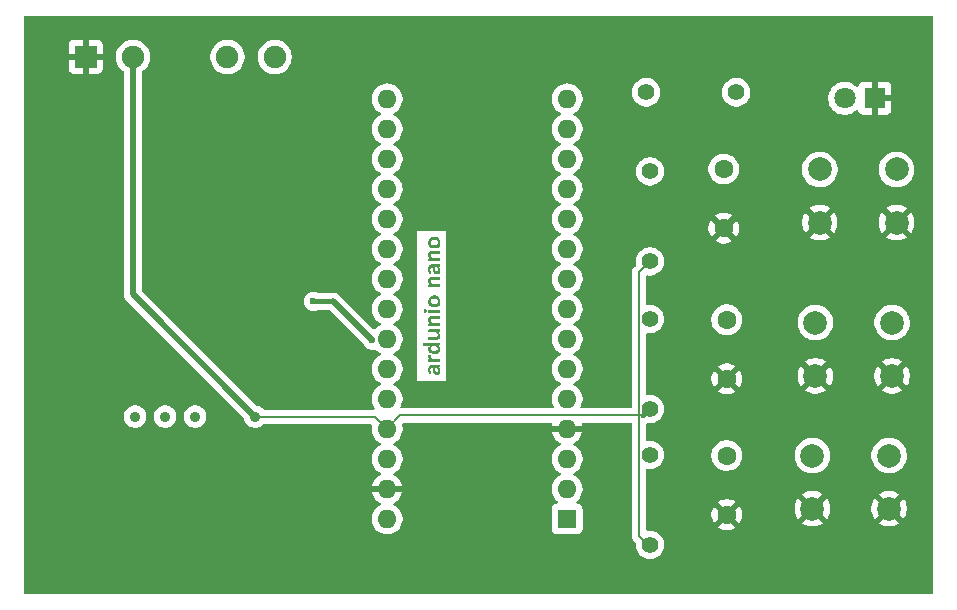
<source format=gbl>
G04 #@! TF.GenerationSoftware,KiCad,Pcbnew,9.0.4*
G04 #@! TF.CreationDate,2025-10-12T14:45:46+03:00*
G04 #@! TF.ProjectId,test_work_1,74657374-5f77-46f7-926b-5f312e6b6963,rev?*
G04 #@! TF.SameCoordinates,Original*
G04 #@! TF.FileFunction,Copper,L4,Bot*
G04 #@! TF.FilePolarity,Positive*
%FSLAX46Y46*%
G04 Gerber Fmt 4.6, Leading zero omitted, Abs format (unit mm)*
G04 Created by KiCad (PCBNEW 9.0.4) date 2025-10-12 14:45:46*
%MOMM*%
%LPD*%
G01*
G04 APERTURE LIST*
%ADD10C,0.304800*%
G04 #@! TA.AperFunction,ComponentPad*
%ADD11C,1.905000*%
G04 #@! TD*
G04 #@! TA.AperFunction,ComponentPad*
%ADD12R,1.905000X1.905000*%
G04 #@! TD*
G04 #@! TA.AperFunction,ComponentPad*
%ADD13C,1.400000*%
G04 #@! TD*
G04 #@! TA.AperFunction,ComponentPad*
%ADD14C,2.000000*%
G04 #@! TD*
G04 #@! TA.AperFunction,ComponentPad*
%ADD15R,1.800000X1.800000*%
G04 #@! TD*
G04 #@! TA.AperFunction,ComponentPad*
%ADD16C,1.800000*%
G04 #@! TD*
G04 #@! TA.AperFunction,ComponentPad*
%ADD17C,1.600000*%
G04 #@! TD*
G04 #@! TA.AperFunction,ComponentPad*
%ADD18R,1.600000X1.600000*%
G04 #@! TD*
G04 #@! TA.AperFunction,ComponentPad*
%ADD19O,1.600000X1.600000*%
G04 #@! TD*
G04 #@! TA.AperFunction,ViaPad*
%ADD20C,0.600000*%
G04 #@! TD*
G04 #@! TA.AperFunction,ViaPad*
%ADD21C,0.900000*%
G04 #@! TD*
G04 #@! TA.AperFunction,Conductor*
%ADD22C,0.400000*%
G04 #@! TD*
G04 #@! TA.AperFunction,Conductor*
%ADD23C,0.200000*%
G04 #@! TD*
G04 #@! TA.AperFunction,Conductor*
%ADD24C,0.500000*%
G04 #@! TD*
G04 APERTURE END LIST*
D10*
G36*
X134731335Y-90088046D02*
G01*
X134743246Y-90120895D01*
X134746875Y-90186965D01*
X134743246Y-90255175D01*
X134731335Y-90285325D01*
X134708350Y-90294166D01*
X134634463Y-90294166D01*
X134689334Y-90355717D01*
X134730311Y-90424817D01*
X134755924Y-90501274D01*
X134764742Y-90587759D01*
X134759747Y-90659757D01*
X134745386Y-90723622D01*
X134721100Y-90782039D01*
X134688063Y-90830916D01*
X134645683Y-90870915D01*
X134593704Y-90901173D01*
X134534347Y-90919562D01*
X134462308Y-90926113D01*
X134384718Y-90917813D01*
X134321048Y-90894380D01*
X134266879Y-90855354D01*
X134222036Y-90799649D01*
X134188927Y-90731519D01*
X134164155Y-90642942D01*
X134150386Y-90545409D01*
X134145751Y-90434681D01*
X134312115Y-90434681D01*
X134314674Y-90495887D01*
X134321514Y-90542999D01*
X134333725Y-90585026D01*
X134349524Y-90615862D01*
X134370558Y-90640537D01*
X134394749Y-90656993D01*
X134422564Y-90666641D01*
X134455422Y-90670021D01*
X134508370Y-90660395D01*
X134546897Y-90633078D01*
X134571199Y-90590818D01*
X134580118Y-90530529D01*
X134573083Y-90477438D01*
X134552108Y-90429005D01*
X134519069Y-90384037D01*
X134470032Y-90334738D01*
X134312115Y-90334738D01*
X134312115Y-90434681D01*
X134145751Y-90434681D01*
X134145358Y-90425282D01*
X134145358Y-90334738D01*
X134088593Y-90334738D01*
X134011356Y-90343579D01*
X133980536Y-90355525D01*
X133956174Y-90372705D01*
X133937350Y-90395817D01*
X133923604Y-90426864D01*
X133915961Y-90462870D01*
X133913089Y-90510708D01*
X133917004Y-90574226D01*
X133927978Y-90627773D01*
X133960734Y-90718876D01*
X133993583Y-90785039D01*
X134005249Y-90810808D01*
X134008379Y-90828217D01*
X134001213Y-90848503D01*
X133980648Y-90863113D01*
X133947706Y-90871954D01*
X133904527Y-90875025D01*
X133854184Y-90869813D01*
X133820777Y-90850085D01*
X133787276Y-90799090D01*
X133752752Y-90713665D01*
X133726696Y-90607022D01*
X133716553Y-90487816D01*
X133722347Y-90382653D01*
X133737956Y-90300959D01*
X133765785Y-90228767D01*
X133803561Y-90173378D01*
X133853558Y-90130608D01*
X133917648Y-90100515D01*
X133991095Y-90083749D01*
X134083289Y-90077623D01*
X134708350Y-90077623D01*
X134731335Y-90088046D01*
G37*
G36*
X133861442Y-89219642D02*
G01*
X133922487Y-89221782D01*
X133959710Y-89228017D01*
X133978414Y-89238905D01*
X133983626Y-89256120D01*
X133979996Y-89274825D01*
X133972180Y-89298275D01*
X133964363Y-89326843D01*
X133960734Y-89361181D01*
X133969667Y-89404918D01*
X133997584Y-89450236D01*
X134048207Y-89499184D01*
X134126095Y-89553808D01*
X134705186Y-89553808D01*
X134723425Y-89560043D01*
X134736453Y-89581446D01*
X134744270Y-89621553D01*
X134746875Y-89684925D01*
X134744270Y-89748482D01*
X134736453Y-89788590D01*
X134723425Y-89809900D01*
X134705186Y-89816134D01*
X133776109Y-89816134D01*
X133757870Y-89810923D01*
X133744842Y-89792219D01*
X133737026Y-89757323D01*
X133734420Y-89703722D01*
X133737026Y-89648540D01*
X133744842Y-89614760D01*
X133757870Y-89597545D01*
X133776109Y-89592333D01*
X133891686Y-89592333D01*
X133805701Y-89523658D01*
X133752008Y-89462240D01*
X133724370Y-89403894D01*
X133716553Y-89345641D01*
X133718135Y-89316514D01*
X133723253Y-89284223D01*
X133731535Y-89255097D01*
X133741399Y-89236858D01*
X133752752Y-89228482D01*
X133769875Y-89223830D01*
X133802444Y-89220666D01*
X133861442Y-89219642D01*
G37*
G36*
X134724448Y-88209607D02*
G01*
X134737476Y-88227287D01*
X134744735Y-88261160D01*
X134746875Y-88313737D01*
X134744735Y-88367896D01*
X134737476Y-88401675D01*
X134724542Y-88420473D01*
X134705279Y-88426149D01*
X134602172Y-88426149D01*
X134671937Y-88501235D01*
X134722029Y-88576621D01*
X134753882Y-88658729D01*
X134764742Y-88750916D01*
X134759782Y-88820712D01*
X134745782Y-88879995D01*
X134723611Y-88930515D01*
X134675210Y-88997204D01*
X134612595Y-89050279D01*
X134538264Y-89089699D01*
X134449560Y-89117466D01*
X134354756Y-89132931D01*
X134253117Y-89138218D01*
X134132698Y-89131258D01*
X134030247Y-89111696D01*
X133936738Y-89078154D01*
X133861442Y-89034087D01*
X133799513Y-88976692D01*
X133754055Y-88907158D01*
X133726293Y-88827088D01*
X133716553Y-88732212D01*
X133722183Y-88680193D01*
X133936911Y-88680193D01*
X133943536Y-88728367D01*
X133962595Y-88768132D01*
X133992274Y-88801179D01*
X134031177Y-88827502D01*
X134075929Y-88846767D01*
X134127026Y-88860816D01*
X134235436Y-88871704D01*
X134349617Y-88862398D01*
X134403009Y-88849731D01*
X134448536Y-88831689D01*
X134488099Y-88806463D01*
X134518235Y-88774925D01*
X134537501Y-88735984D01*
X134544384Y-88685405D01*
X134536474Y-88632828D01*
X134510698Y-88580809D01*
X134463890Y-88526092D01*
X134392795Y-88464674D01*
X134084313Y-88464674D01*
X134018638Y-88522230D01*
X133974878Y-88572434D01*
X133946093Y-88626037D01*
X133936911Y-88680193D01*
X133722183Y-88680193D01*
X133724697Y-88656962D01*
X133748379Y-88590673D01*
X133786308Y-88529088D01*
X133841621Y-88464674D01*
X133338465Y-88464674D01*
X133319760Y-88458998D01*
X133305709Y-88438153D01*
X133296868Y-88398046D01*
X133293704Y-88334488D01*
X133296868Y-88271117D01*
X133305709Y-88231475D01*
X133319760Y-88210630D01*
X133338465Y-88204395D01*
X134705186Y-88204395D01*
X134724448Y-88209607D01*
G37*
G36*
X134705186Y-87059428D02*
G01*
X134723425Y-87064639D01*
X134736453Y-87082878D01*
X134744270Y-87117216D01*
X134746875Y-87170817D01*
X134744270Y-87226557D01*
X134736453Y-87260337D01*
X134723425Y-87278018D01*
X134705186Y-87283229D01*
X134597892Y-87283229D01*
X134672732Y-87363273D01*
X134723053Y-87439936D01*
X134754448Y-87521473D01*
X134764742Y-87604925D01*
X134756346Y-87695921D01*
X134733475Y-87765727D01*
X134696125Y-87824981D01*
X134648049Y-87870881D01*
X134590244Y-87904964D01*
X134522516Y-87928204D01*
X134446745Y-87940616D01*
X134344871Y-87945326D01*
X133776109Y-87945326D01*
X133757870Y-87939650D01*
X133744842Y-87918805D01*
X133737026Y-87878232D01*
X133734420Y-87815233D01*
X133737026Y-87751768D01*
X133744842Y-87711661D01*
X133757963Y-87690258D01*
X133776203Y-87684023D01*
X134302437Y-87684023D01*
X134371271Y-87681318D01*
X134414198Y-87674718D01*
X134450770Y-87662560D01*
X134480547Y-87646056D01*
X134505095Y-87624156D01*
X134523353Y-87597109D01*
X134534495Y-87565703D01*
X134538429Y-87527874D01*
X134529714Y-87479225D01*
X134501485Y-87427466D01*
X134458669Y-87377921D01*
X134393726Y-87319707D01*
X133776109Y-87319707D01*
X133757870Y-87314031D01*
X133744842Y-87293186D01*
X133737026Y-87253079D01*
X133734420Y-87189521D01*
X133737026Y-87126149D01*
X133744842Y-87086507D01*
X133757870Y-87065663D01*
X133776109Y-87059428D01*
X134705186Y-87059428D01*
G37*
G36*
X134705186Y-85908226D02*
G01*
X134723425Y-85914460D01*
X134736453Y-85935305D01*
X134744270Y-85975412D01*
X134746875Y-86038319D01*
X134744270Y-86102435D01*
X134736453Y-86142542D01*
X134723425Y-86163294D01*
X134705093Y-86169528D01*
X134173647Y-86169528D01*
X134109382Y-86172375D01*
X134067097Y-86179485D01*
X134030485Y-86191880D01*
X134000841Y-86208054D01*
X133976262Y-86229517D01*
X133958035Y-86256443D01*
X133946823Y-86287855D01*
X133942867Y-86325677D01*
X133951485Y-86374435D01*
X133979438Y-86426644D01*
X134021831Y-86476215D01*
X134085895Y-86532821D01*
X134705093Y-86532821D01*
X134723425Y-86539056D01*
X134736453Y-86560459D01*
X134744270Y-86600566D01*
X134746875Y-86663938D01*
X134744270Y-86727495D01*
X134736453Y-86767603D01*
X134723425Y-86788913D01*
X134705186Y-86795147D01*
X133776109Y-86795147D01*
X133757870Y-86789936D01*
X133744842Y-86771232D01*
X133737026Y-86736336D01*
X133734420Y-86682735D01*
X133737026Y-86627553D01*
X133744842Y-86593773D01*
X133757870Y-86576558D01*
X133776109Y-86571346D01*
X133883404Y-86571346D01*
X133808500Y-86491306D01*
X133758243Y-86414732D01*
X133726876Y-86332978D01*
X133716553Y-86248626D01*
X133724926Y-86158534D01*
X133747820Y-86088848D01*
X133785081Y-86029558D01*
X133832781Y-85983694D01*
X133890185Y-85949554D01*
X133958314Y-85925906D01*
X134033901Y-85913018D01*
X134131213Y-85908226D01*
X134705186Y-85908226D01*
G37*
G36*
X134705186Y-85387854D02*
G01*
X134723425Y-85394088D01*
X134736453Y-85415491D01*
X134744270Y-85455599D01*
X134746875Y-85518970D01*
X134744270Y-85582528D01*
X134736453Y-85622635D01*
X134723425Y-85643945D01*
X134705186Y-85650180D01*
X133778157Y-85650180D01*
X133759918Y-85643945D01*
X133746424Y-85622635D01*
X133737584Y-85582528D01*
X133734420Y-85518970D01*
X133737584Y-85455599D01*
X133746424Y-85415491D01*
X133759918Y-85394088D01*
X133778157Y-85387854D01*
X134705186Y-85387854D01*
G37*
G36*
X133464370Y-85368126D02*
G01*
X133516077Y-85372555D01*
X133550803Y-85383915D01*
X133573339Y-85400416D01*
X133594426Y-85441057D01*
X133603397Y-85520087D01*
X133594609Y-85599968D01*
X133574363Y-85639292D01*
X133537717Y-85661056D01*
X133469488Y-85670001D01*
X133398486Y-85660769D01*
X133360054Y-85638269D01*
X133344725Y-85614763D01*
X133333793Y-85576718D01*
X133329438Y-85518040D01*
X133338331Y-85439054D01*
X133359030Y-85399393D01*
X133396194Y-85377186D01*
X133464370Y-85368126D01*
G37*
G36*
X134346822Y-84196642D02*
G01*
X134448071Y-84219808D01*
X134539987Y-84259523D01*
X134616782Y-84314540D01*
X134678989Y-84385288D01*
X134726217Y-84473852D01*
X134754576Y-84574622D01*
X134764742Y-84697653D01*
X134755632Y-84816705D01*
X134730404Y-84913172D01*
X134687608Y-84997812D01*
X134630368Y-85065134D01*
X134558284Y-85117070D01*
X134468822Y-85154654D01*
X134369068Y-85176112D01*
X134250046Y-85183781D01*
X134134434Y-85175571D01*
X134032759Y-85152048D01*
X133940440Y-85111865D01*
X133864048Y-85056851D01*
X133802194Y-84986147D01*
X133755172Y-84898004D01*
X133726754Y-84797634D01*
X133717340Y-84684160D01*
X133925000Y-84684160D01*
X133930594Y-84739929D01*
X133946403Y-84786150D01*
X133972577Y-84825874D01*
X134008844Y-84857990D01*
X134053052Y-84882105D01*
X134107856Y-84900144D01*
X134167820Y-84910480D01*
X134239624Y-84914196D01*
X134306908Y-84911219D01*
X134366181Y-84902750D01*
X134421265Y-84887397D01*
X134466682Y-84865806D01*
X134504589Y-84835739D01*
X134532845Y-84796572D01*
X134550031Y-84749445D01*
X134556295Y-84688255D01*
X134550699Y-84631583D01*
X134534985Y-84585241D01*
X134508841Y-84545472D01*
X134473010Y-84513401D01*
X134429192Y-84489431D01*
X134374556Y-84471805D01*
X134314530Y-84461812D01*
X134242695Y-84458219D01*
X134175477Y-84461075D01*
X134116231Y-84469200D01*
X134061118Y-84484257D01*
X134015637Y-84506143D01*
X133977578Y-84536480D01*
X133949008Y-84575377D01*
X133931448Y-84622186D01*
X133925000Y-84684160D01*
X133717340Y-84684160D01*
X133716553Y-84674668D01*
X133725566Y-84554696D01*
X133750426Y-84458219D01*
X133792839Y-84373628D01*
X133849996Y-84306723D01*
X133921968Y-84255156D01*
X134011449Y-84217668D01*
X134111321Y-84196227D01*
X134231249Y-84188541D01*
X134346822Y-84196642D01*
G37*
G36*
X134705186Y-82613280D02*
G01*
X134723425Y-82619515D01*
X134736453Y-82640360D01*
X134744270Y-82680467D01*
X134746875Y-82743373D01*
X134744270Y-82807489D01*
X134736453Y-82847597D01*
X134723425Y-82868348D01*
X134705093Y-82874583D01*
X134173647Y-82874583D01*
X134109382Y-82877430D01*
X134067097Y-82884540D01*
X134030485Y-82896934D01*
X134000841Y-82913108D01*
X133976262Y-82934572D01*
X133958035Y-82961498D01*
X133946823Y-82992909D01*
X133942867Y-83030732D01*
X133951485Y-83079489D01*
X133979438Y-83131698D01*
X134021831Y-83181270D01*
X134085895Y-83237876D01*
X134705093Y-83237876D01*
X134723425Y-83244110D01*
X134736453Y-83265513D01*
X134744270Y-83305621D01*
X134746875Y-83368992D01*
X134744270Y-83432550D01*
X134736453Y-83472657D01*
X134723425Y-83493967D01*
X134705186Y-83500202D01*
X133776109Y-83500202D01*
X133757870Y-83494991D01*
X133744842Y-83476286D01*
X133737026Y-83441390D01*
X133734420Y-83387790D01*
X133737026Y-83332607D01*
X133744842Y-83298828D01*
X133757870Y-83281612D01*
X133776109Y-83276401D01*
X133883404Y-83276401D01*
X133808500Y-83196361D01*
X133758243Y-83119787D01*
X133726876Y-83038033D01*
X133716553Y-82953681D01*
X133724926Y-82863589D01*
X133747820Y-82793903D01*
X133785081Y-82734613D01*
X133832781Y-82688749D01*
X133890185Y-82654608D01*
X133958314Y-82630961D01*
X134033901Y-82618073D01*
X134131213Y-82613280D01*
X134705186Y-82613280D01*
G37*
G36*
X134731335Y-81574490D02*
G01*
X134743246Y-81607339D01*
X134746875Y-81673409D01*
X134743246Y-81741620D01*
X134731335Y-81771770D01*
X134708350Y-81780610D01*
X134634463Y-81780610D01*
X134689334Y-81842162D01*
X134730311Y-81911262D01*
X134755924Y-81987718D01*
X134764742Y-82074204D01*
X134759747Y-82146201D01*
X134745386Y-82210066D01*
X134721100Y-82268483D01*
X134688063Y-82317360D01*
X134645683Y-82357359D01*
X134593704Y-82387618D01*
X134534347Y-82406006D01*
X134462308Y-82412557D01*
X134384718Y-82404258D01*
X134321048Y-82380825D01*
X134266879Y-82341798D01*
X134222036Y-82286093D01*
X134188927Y-82217964D01*
X134164155Y-82129386D01*
X134150386Y-82031853D01*
X134145751Y-81921126D01*
X134312115Y-81921126D01*
X134314674Y-81982332D01*
X134321514Y-82029444D01*
X134333725Y-82071471D01*
X134349524Y-82102307D01*
X134370558Y-82126982D01*
X134394749Y-82143438D01*
X134422564Y-82153086D01*
X134455422Y-82156466D01*
X134508370Y-82146840D01*
X134546897Y-82119522D01*
X134571199Y-82077263D01*
X134580118Y-82016974D01*
X134573083Y-81963883D01*
X134552108Y-81915449D01*
X134519069Y-81870481D01*
X134470032Y-81821183D01*
X134312115Y-81821183D01*
X134312115Y-81921126D01*
X134145751Y-81921126D01*
X134145358Y-81911727D01*
X134145358Y-81821183D01*
X134088593Y-81821183D01*
X134011356Y-81830023D01*
X133980536Y-81841970D01*
X133956174Y-81859150D01*
X133937350Y-81882262D01*
X133923604Y-81913309D01*
X133915961Y-81949315D01*
X133913089Y-81997153D01*
X133917004Y-82060671D01*
X133927978Y-82114218D01*
X133960734Y-82205320D01*
X133993583Y-82271484D01*
X134005249Y-82297253D01*
X134008379Y-82314662D01*
X134001213Y-82334948D01*
X133980648Y-82349558D01*
X133947706Y-82358398D01*
X133904527Y-82361469D01*
X133854184Y-82356258D01*
X133820777Y-82336530D01*
X133787276Y-82285535D01*
X133752752Y-82200109D01*
X133726696Y-82093466D01*
X133716553Y-81974261D01*
X133722347Y-81869098D01*
X133737956Y-81787404D01*
X133765785Y-81715212D01*
X133803561Y-81659823D01*
X133853558Y-81617053D01*
X133917648Y-81586960D01*
X133991095Y-81570194D01*
X134083289Y-81564068D01*
X134708350Y-81564068D01*
X134731335Y-81574490D01*
G37*
G36*
X134705186Y-80415657D02*
G01*
X134723425Y-80421892D01*
X134736453Y-80442737D01*
X134744270Y-80482844D01*
X134746875Y-80545750D01*
X134744270Y-80609866D01*
X134736453Y-80649974D01*
X134723425Y-80670725D01*
X134705093Y-80676960D01*
X134173647Y-80676960D01*
X134109382Y-80679807D01*
X134067097Y-80686917D01*
X134030485Y-80699312D01*
X134000841Y-80715485D01*
X133976262Y-80736949D01*
X133958035Y-80763875D01*
X133946823Y-80795286D01*
X133942867Y-80833109D01*
X133951485Y-80881866D01*
X133979438Y-80934075D01*
X134021831Y-80983647D01*
X134085895Y-81040253D01*
X134705093Y-81040253D01*
X134723425Y-81046487D01*
X134736453Y-81067890D01*
X134744270Y-81107998D01*
X134746875Y-81171369D01*
X134744270Y-81234927D01*
X134736453Y-81275034D01*
X134723425Y-81296344D01*
X134705186Y-81302579D01*
X133776109Y-81302579D01*
X133757870Y-81297368D01*
X133744842Y-81278664D01*
X133737026Y-81243767D01*
X133734420Y-81190167D01*
X133737026Y-81134984D01*
X133744842Y-81101205D01*
X133757870Y-81083989D01*
X133776109Y-81078778D01*
X133883404Y-81078778D01*
X133808500Y-80998738D01*
X133758243Y-80922164D01*
X133726876Y-80840410D01*
X133716553Y-80756058D01*
X133724926Y-80665966D01*
X133747820Y-80596280D01*
X133785081Y-80536990D01*
X133832781Y-80491126D01*
X133890185Y-80456985D01*
X133958314Y-80433338D01*
X134033901Y-80420450D01*
X134131213Y-80415657D01*
X134705186Y-80415657D01*
G37*
G36*
X134346822Y-79226679D02*
G01*
X134448071Y-79249845D01*
X134539987Y-79289560D01*
X134616782Y-79344577D01*
X134678989Y-79415325D01*
X134726217Y-79503889D01*
X134754576Y-79604659D01*
X134764742Y-79727690D01*
X134755632Y-79846742D01*
X134730404Y-79943209D01*
X134687608Y-80027849D01*
X134630368Y-80095171D01*
X134558284Y-80147107D01*
X134468822Y-80184691D01*
X134369068Y-80206149D01*
X134250046Y-80213818D01*
X134134434Y-80205608D01*
X134032759Y-80182085D01*
X133940440Y-80141903D01*
X133864048Y-80086889D01*
X133802194Y-80016184D01*
X133755172Y-79928041D01*
X133726754Y-79827671D01*
X133717340Y-79714197D01*
X133925000Y-79714197D01*
X133930594Y-79769966D01*
X133946403Y-79816187D01*
X133972577Y-79855911D01*
X134008844Y-79888027D01*
X134053052Y-79912142D01*
X134107856Y-79930181D01*
X134167820Y-79940517D01*
X134239624Y-79944233D01*
X134306908Y-79941256D01*
X134366181Y-79932787D01*
X134421265Y-79917435D01*
X134466682Y-79895844D01*
X134504589Y-79865776D01*
X134532845Y-79826610D01*
X134550031Y-79779482D01*
X134556295Y-79718292D01*
X134550699Y-79661621D01*
X134534985Y-79615278D01*
X134508841Y-79575510D01*
X134473010Y-79543439D01*
X134429192Y-79519468D01*
X134374556Y-79501842D01*
X134314530Y-79491849D01*
X134242695Y-79488256D01*
X134175477Y-79491112D01*
X134116231Y-79499237D01*
X134061118Y-79514295D01*
X134015637Y-79536180D01*
X133977578Y-79566517D01*
X133949008Y-79605414D01*
X133931448Y-79652223D01*
X133925000Y-79714197D01*
X133717340Y-79714197D01*
X133716553Y-79704705D01*
X133725566Y-79584734D01*
X133750426Y-79488256D01*
X133792839Y-79403665D01*
X133849996Y-79336760D01*
X133921968Y-79285193D01*
X134011449Y-79247705D01*
X134111321Y-79226264D01*
X134231249Y-79218578D01*
X134346822Y-79226679D01*
G37*
D11*
X120730000Y-64000000D03*
X116730000Y-64000000D03*
X108730000Y-64000000D03*
D12*
X104730000Y-64000000D03*
D13*
X152500000Y-93810000D03*
X152500000Y-86190000D03*
D14*
X172750000Y-102250000D03*
X166250000Y-102250000D03*
X172750000Y-97750000D03*
X166250000Y-97750000D03*
D13*
X152500000Y-105310000D03*
X152500000Y-97690000D03*
X152190000Y-67000000D03*
X159810000Y-67000000D03*
D15*
X171525000Y-67500000D03*
D16*
X168985000Y-67500000D03*
D13*
X152500000Y-81310000D03*
X152500000Y-73690000D03*
D17*
X158750000Y-78500000D03*
X158750000Y-73500000D03*
D18*
X145490000Y-103110000D03*
D19*
X145490000Y-100570000D03*
X145490000Y-98030000D03*
X145490000Y-95490000D03*
X145490000Y-92950000D03*
X145490000Y-90410000D03*
X145490000Y-87870000D03*
X145490000Y-85330000D03*
X145490000Y-82790000D03*
X145490000Y-80250000D03*
X145490000Y-77710000D03*
X145490000Y-75170000D03*
X145490000Y-72630000D03*
X145490000Y-70090000D03*
X145490000Y-67550000D03*
X130250000Y-67550000D03*
X130250000Y-70090000D03*
X130250000Y-72630000D03*
X130250000Y-75170000D03*
X130250000Y-77710000D03*
X130250000Y-80250000D03*
X130250000Y-82790000D03*
X130250000Y-85330000D03*
X130250000Y-87870000D03*
X130250000Y-90410000D03*
X130250000Y-92950000D03*
X130250000Y-95490000D03*
X130250000Y-98030000D03*
X130250000Y-100570000D03*
X130250000Y-103110000D03*
D14*
X173000000Y-91000000D03*
X166500000Y-91000000D03*
X173000000Y-86500000D03*
X166500000Y-86500000D03*
D17*
X159000000Y-91250000D03*
X159000000Y-86250000D03*
X159000000Y-102750000D03*
X159000000Y-97750000D03*
D14*
X173378000Y-78033000D03*
X166878000Y-78033000D03*
X173378000Y-73533000D03*
X166878000Y-73533000D03*
D20*
X129000000Y-88000000D03*
X124000000Y-84703000D03*
D21*
X108920000Y-94460000D03*
X111460000Y-94460000D03*
X114000000Y-94460000D03*
X116540000Y-94460000D03*
X119080000Y-94460000D03*
D22*
X151948000Y-94362000D02*
X152500000Y-93810000D01*
D23*
X131378000Y-94362000D02*
X151948000Y-94362000D01*
X130250000Y-95490000D02*
X131378000Y-94362000D01*
X129220000Y-94460000D02*
X130250000Y-95490000D01*
X119080000Y-94460000D02*
X129220000Y-94460000D01*
D24*
X108730000Y-84110000D02*
X119080000Y-94460000D01*
X108730000Y-64190000D02*
X108730000Y-84110000D01*
X125703000Y-84703000D02*
X129000000Y-88000000D01*
D22*
X124000000Y-84703000D02*
X125703000Y-84703000D01*
D23*
X111255000Y-94665000D02*
X111460000Y-94460000D01*
X152500000Y-93810000D02*
X151848000Y-94462000D01*
X151572000Y-82238000D02*
X152500000Y-81310000D01*
X152000000Y-105000000D02*
X151572000Y-104572000D01*
X151572000Y-104572000D02*
X151572000Y-82238000D01*
X152190000Y-105000000D02*
X152000000Y-105000000D01*
X152500000Y-105310000D02*
X152190000Y-105000000D01*
G04 #@! TA.AperFunction,Conductor*
G36*
X176442539Y-60520185D02*
G01*
X176488294Y-60572989D01*
X176499500Y-60624500D01*
X176499500Y-109375500D01*
X176479815Y-109442539D01*
X176427011Y-109488294D01*
X176375500Y-109499500D01*
X99624500Y-109499500D01*
X99557461Y-109479815D01*
X99511706Y-109427011D01*
X99500500Y-109375500D01*
X99500500Y-94366379D01*
X107969500Y-94366379D01*
X107969500Y-94553620D01*
X108006025Y-94737243D01*
X108006027Y-94737251D01*
X108077676Y-94910228D01*
X108077681Y-94910237D01*
X108181697Y-95065907D01*
X108181700Y-95065911D01*
X108314088Y-95198299D01*
X108314092Y-95198302D01*
X108469762Y-95302318D01*
X108469768Y-95302321D01*
X108469769Y-95302322D01*
X108642749Y-95373973D01*
X108826379Y-95410499D01*
X108826383Y-95410500D01*
X108826384Y-95410500D01*
X109013617Y-95410500D01*
X109013618Y-95410499D01*
X109197251Y-95373973D01*
X109370231Y-95302322D01*
X109525908Y-95198302D01*
X109658302Y-95065908D01*
X109762322Y-94910231D01*
X109833973Y-94737251D01*
X109870500Y-94553616D01*
X109870500Y-94366384D01*
X109870499Y-94366379D01*
X110509500Y-94366379D01*
X110509500Y-94553620D01*
X110546025Y-94737243D01*
X110546027Y-94737251D01*
X110617676Y-94910228D01*
X110617681Y-94910237D01*
X110721697Y-95065907D01*
X110721700Y-95065911D01*
X110854088Y-95198299D01*
X110854092Y-95198302D01*
X111009762Y-95302318D01*
X111009768Y-95302321D01*
X111009769Y-95302322D01*
X111182749Y-95373973D01*
X111366379Y-95410499D01*
X111366383Y-95410500D01*
X111366384Y-95410500D01*
X111553617Y-95410500D01*
X111553618Y-95410499D01*
X111737251Y-95373973D01*
X111910231Y-95302322D01*
X112065908Y-95198302D01*
X112198302Y-95065908D01*
X112302322Y-94910231D01*
X112373973Y-94737251D01*
X112410500Y-94553616D01*
X112410500Y-94366384D01*
X112410499Y-94366379D01*
X113049500Y-94366379D01*
X113049500Y-94553620D01*
X113086025Y-94737243D01*
X113086027Y-94737251D01*
X113157676Y-94910228D01*
X113157681Y-94910237D01*
X113261697Y-95065907D01*
X113261700Y-95065911D01*
X113394088Y-95198299D01*
X113394092Y-95198302D01*
X113549762Y-95302318D01*
X113549768Y-95302321D01*
X113549769Y-95302322D01*
X113722749Y-95373973D01*
X113906379Y-95410499D01*
X113906383Y-95410500D01*
X113906384Y-95410500D01*
X114093617Y-95410500D01*
X114093618Y-95410499D01*
X114277251Y-95373973D01*
X114450231Y-95302322D01*
X114605908Y-95198302D01*
X114738302Y-95065908D01*
X114842322Y-94910231D01*
X114913973Y-94737251D01*
X114950500Y-94553616D01*
X114950500Y-94366384D01*
X114913973Y-94182749D01*
X114842322Y-94009769D01*
X114842321Y-94009768D01*
X114842318Y-94009762D01*
X114738302Y-93854092D01*
X114738299Y-93854088D01*
X114605911Y-93721700D01*
X114605907Y-93721697D01*
X114450237Y-93617681D01*
X114450228Y-93617676D01*
X114277251Y-93546027D01*
X114277243Y-93546025D01*
X114093620Y-93509500D01*
X114093616Y-93509500D01*
X113906384Y-93509500D01*
X113906379Y-93509500D01*
X113722756Y-93546025D01*
X113722748Y-93546027D01*
X113549771Y-93617676D01*
X113549762Y-93617681D01*
X113394092Y-93721697D01*
X113394088Y-93721700D01*
X113261700Y-93854088D01*
X113261697Y-93854092D01*
X113157681Y-94009762D01*
X113157676Y-94009771D01*
X113086027Y-94182748D01*
X113086025Y-94182756D01*
X113049500Y-94366379D01*
X112410499Y-94366379D01*
X112373973Y-94182749D01*
X112302322Y-94009769D01*
X112302321Y-94009768D01*
X112302318Y-94009762D01*
X112198302Y-93854092D01*
X112198299Y-93854088D01*
X112065911Y-93721700D01*
X112065907Y-93721697D01*
X111910237Y-93617681D01*
X111910228Y-93617676D01*
X111737251Y-93546027D01*
X111737243Y-93546025D01*
X111553620Y-93509500D01*
X111553616Y-93509500D01*
X111366384Y-93509500D01*
X111366379Y-93509500D01*
X111182756Y-93546025D01*
X111182748Y-93546027D01*
X111009771Y-93617676D01*
X111009762Y-93617681D01*
X110854092Y-93721697D01*
X110854088Y-93721700D01*
X110721700Y-93854088D01*
X110721697Y-93854092D01*
X110617681Y-94009762D01*
X110617676Y-94009771D01*
X110546027Y-94182748D01*
X110546025Y-94182756D01*
X110509500Y-94366379D01*
X109870499Y-94366379D01*
X109833973Y-94182749D01*
X109762322Y-94009769D01*
X109762321Y-94009768D01*
X109762318Y-94009762D01*
X109658302Y-93854092D01*
X109658299Y-93854088D01*
X109525911Y-93721700D01*
X109525907Y-93721697D01*
X109370237Y-93617681D01*
X109370228Y-93617676D01*
X109197251Y-93546027D01*
X109197243Y-93546025D01*
X109013620Y-93509500D01*
X109013616Y-93509500D01*
X108826384Y-93509500D01*
X108826379Y-93509500D01*
X108642756Y-93546025D01*
X108642748Y-93546027D01*
X108469771Y-93617676D01*
X108469762Y-93617681D01*
X108314092Y-93721697D01*
X108314088Y-93721700D01*
X108181700Y-93854088D01*
X108181697Y-93854092D01*
X108077681Y-94009762D01*
X108077676Y-94009771D01*
X108006027Y-94182748D01*
X108006025Y-94182756D01*
X107969500Y-94366379D01*
X99500500Y-94366379D01*
X99500500Y-62999655D01*
X103277500Y-62999655D01*
X103277500Y-63750000D01*
X104414314Y-63750000D01*
X104409920Y-63754394D01*
X104357259Y-63845606D01*
X104330000Y-63947339D01*
X104330000Y-64052661D01*
X104357259Y-64154394D01*
X104409920Y-64245606D01*
X104414314Y-64250000D01*
X103277500Y-64250000D01*
X103277500Y-65000344D01*
X103283901Y-65059872D01*
X103283903Y-65059879D01*
X103334145Y-65194586D01*
X103334149Y-65194593D01*
X103420309Y-65309687D01*
X103420312Y-65309690D01*
X103535406Y-65395850D01*
X103535413Y-65395854D01*
X103670120Y-65446096D01*
X103670127Y-65446098D01*
X103729655Y-65452499D01*
X103729672Y-65452500D01*
X104480000Y-65452500D01*
X104480000Y-64315686D01*
X104484394Y-64320080D01*
X104575606Y-64372741D01*
X104677339Y-64400000D01*
X104782661Y-64400000D01*
X104884394Y-64372741D01*
X104975606Y-64320080D01*
X104980000Y-64315686D01*
X104980000Y-65452500D01*
X105730328Y-65452500D01*
X105730344Y-65452499D01*
X105789872Y-65446098D01*
X105789879Y-65446096D01*
X105924586Y-65395854D01*
X105924593Y-65395850D01*
X106039687Y-65309690D01*
X106039690Y-65309687D01*
X106125850Y-65194593D01*
X106125854Y-65194586D01*
X106176096Y-65059879D01*
X106176098Y-65059872D01*
X106182499Y-65000344D01*
X106182500Y-65000327D01*
X106182500Y-64250000D01*
X105045686Y-64250000D01*
X105050080Y-64245606D01*
X105102741Y-64154394D01*
X105130000Y-64052661D01*
X105130000Y-63947339D01*
X105113470Y-63885646D01*
X107277000Y-63885646D01*
X107277000Y-64114353D01*
X107312778Y-64340246D01*
X107312778Y-64340249D01*
X107383450Y-64557755D01*
X107383452Y-64557758D01*
X107487283Y-64761538D01*
X107621714Y-64946566D01*
X107783434Y-65108286D01*
X107902225Y-65194593D01*
X107928385Y-65213599D01*
X107971051Y-65268929D01*
X107979500Y-65313917D01*
X107979500Y-84183918D01*
X107979500Y-84183920D01*
X107979499Y-84183920D01*
X108008340Y-84328907D01*
X108008343Y-84328917D01*
X108064914Y-84465492D01*
X108064915Y-84465494D01*
X108064916Y-84465495D01*
X108076469Y-84482786D01*
X108087083Y-84498670D01*
X108087084Y-84498673D01*
X108147046Y-84588414D01*
X108147052Y-84588421D01*
X118107185Y-94548552D01*
X118140670Y-94609875D01*
X118141121Y-94612042D01*
X118166025Y-94737243D01*
X118166027Y-94737251D01*
X118237676Y-94910228D01*
X118237681Y-94910237D01*
X118341697Y-95065907D01*
X118341700Y-95065911D01*
X118474088Y-95198299D01*
X118474092Y-95198302D01*
X118629762Y-95302318D01*
X118629768Y-95302321D01*
X118629769Y-95302322D01*
X118802749Y-95373973D01*
X118986379Y-95410499D01*
X118986383Y-95410500D01*
X118986384Y-95410500D01*
X119173617Y-95410500D01*
X119173618Y-95410499D01*
X119357251Y-95373973D01*
X119530231Y-95302322D01*
X119685908Y-95198302D01*
X119787392Y-95096817D01*
X119848713Y-95063334D01*
X119875072Y-95060500D01*
X128856130Y-95060500D01*
X128923169Y-95080185D01*
X128968924Y-95132989D01*
X128978868Y-95202147D01*
X128978603Y-95203898D01*
X128949500Y-95387648D01*
X128949500Y-95592351D01*
X128981522Y-95794534D01*
X129044781Y-95989223D01*
X129137715Y-96171613D01*
X129258028Y-96337213D01*
X129402786Y-96481971D01*
X129534210Y-96577454D01*
X129568390Y-96602287D01*
X129659840Y-96648883D01*
X129661080Y-96649515D01*
X129711876Y-96697490D01*
X129728671Y-96765311D01*
X129706134Y-96831446D01*
X129661080Y-96870485D01*
X129568386Y-96917715D01*
X129402786Y-97038028D01*
X129258028Y-97182786D01*
X129137715Y-97348386D01*
X129044781Y-97530776D01*
X128981522Y-97725465D01*
X128949500Y-97927648D01*
X128949500Y-98132351D01*
X128981522Y-98334534D01*
X129044781Y-98529223D01*
X129137715Y-98711613D01*
X129258028Y-98877213D01*
X129402786Y-99021971D01*
X129557749Y-99134556D01*
X129568390Y-99142287D01*
X129640424Y-99178990D01*
X129661629Y-99189795D01*
X129712425Y-99237770D01*
X129729220Y-99305591D01*
X129706682Y-99371726D01*
X129661629Y-99410765D01*
X129568650Y-99458140D01*
X129403105Y-99578417D01*
X129403104Y-99578417D01*
X129258417Y-99723104D01*
X129258417Y-99723105D01*
X129138140Y-99888650D01*
X129045244Y-100070970D01*
X128982009Y-100265586D01*
X128973391Y-100320000D01*
X129816988Y-100320000D01*
X129784075Y-100377007D01*
X129750000Y-100504174D01*
X129750000Y-100635826D01*
X129784075Y-100762993D01*
X129816988Y-100820000D01*
X128973391Y-100820000D01*
X128982009Y-100874413D01*
X129045244Y-101069029D01*
X129138140Y-101251349D01*
X129258417Y-101416894D01*
X129258417Y-101416895D01*
X129403104Y-101561582D01*
X129568652Y-101681861D01*
X129661628Y-101729234D01*
X129712425Y-101777208D01*
X129729220Y-101845029D01*
X129706683Y-101911164D01*
X129661630Y-101950203D01*
X129568388Y-101997713D01*
X129402786Y-102118028D01*
X129258028Y-102262786D01*
X129137715Y-102428386D01*
X129044781Y-102610776D01*
X128981522Y-102805465D01*
X128949500Y-103007648D01*
X128949500Y-103212351D01*
X128981522Y-103414534D01*
X129044781Y-103609223D01*
X129137715Y-103791613D01*
X129258028Y-103957213D01*
X129402786Y-104101971D01*
X129534210Y-104197454D01*
X129568390Y-104222287D01*
X129657212Y-104267544D01*
X129750776Y-104315218D01*
X129750778Y-104315218D01*
X129750781Y-104315220D01*
X129855137Y-104349127D01*
X129945465Y-104378477D01*
X130045430Y-104394310D01*
X130147648Y-104410500D01*
X130147649Y-104410500D01*
X130352351Y-104410500D01*
X130352352Y-104410500D01*
X130554534Y-104378477D01*
X130749219Y-104315220D01*
X130931610Y-104222287D01*
X131046163Y-104139060D01*
X131097213Y-104101971D01*
X131097215Y-104101968D01*
X131097219Y-104101966D01*
X131241966Y-103957219D01*
X131241968Y-103957215D01*
X131241971Y-103957213D01*
X131294732Y-103884590D01*
X131362287Y-103791610D01*
X131455220Y-103609219D01*
X131518477Y-103414534D01*
X131550500Y-103212352D01*
X131550500Y-103007648D01*
X131518477Y-102805466D01*
X131504522Y-102762518D01*
X131483344Y-102697339D01*
X131455220Y-102610781D01*
X131455218Y-102610778D01*
X131455218Y-102610776D01*
X131401013Y-102504394D01*
X131362287Y-102428390D01*
X131339079Y-102396446D01*
X131241971Y-102262786D01*
X131097213Y-102118028D01*
X130931611Y-101997713D01*
X130838369Y-101950203D01*
X130787574Y-101902229D01*
X130770779Y-101834407D01*
X130793317Y-101768273D01*
X130838371Y-101729234D01*
X130931347Y-101681861D01*
X131096894Y-101561582D01*
X131096895Y-101561582D01*
X131241582Y-101416895D01*
X131241582Y-101416894D01*
X131361859Y-101251349D01*
X131454755Y-101069029D01*
X131517990Y-100874413D01*
X131526609Y-100820000D01*
X130683012Y-100820000D01*
X130715925Y-100762993D01*
X130750000Y-100635826D01*
X130750000Y-100504174D01*
X130715925Y-100377007D01*
X130683012Y-100320000D01*
X131526609Y-100320000D01*
X131517990Y-100265586D01*
X131454755Y-100070970D01*
X131361859Y-99888650D01*
X131241582Y-99723105D01*
X131241582Y-99723104D01*
X131096895Y-99578417D01*
X130931349Y-99458140D01*
X130838370Y-99410765D01*
X130787574Y-99362790D01*
X130770779Y-99294969D01*
X130793316Y-99228835D01*
X130838370Y-99189795D01*
X130838920Y-99189515D01*
X130931610Y-99142287D01*
X130952770Y-99126913D01*
X131097213Y-99021971D01*
X131097215Y-99021968D01*
X131097219Y-99021966D01*
X131241966Y-98877219D01*
X131241968Y-98877215D01*
X131241971Y-98877213D01*
X131296219Y-98802545D01*
X131362287Y-98711610D01*
X131455220Y-98529219D01*
X131518477Y-98334534D01*
X131550500Y-98132352D01*
X131550500Y-97927648D01*
X131518477Y-97725466D01*
X131455220Y-97530781D01*
X131455218Y-97530778D01*
X131455218Y-97530776D01*
X131393109Y-97408882D01*
X131362287Y-97348390D01*
X131354556Y-97337749D01*
X131241971Y-97182786D01*
X131097213Y-97038028D01*
X130931614Y-96917715D01*
X130902304Y-96902781D01*
X130838917Y-96870483D01*
X130788123Y-96822511D01*
X130771328Y-96754690D01*
X130793865Y-96688555D01*
X130838917Y-96649516D01*
X130931610Y-96602287D01*
X131010761Y-96544781D01*
X131097213Y-96481971D01*
X131097215Y-96481968D01*
X131097219Y-96481966D01*
X131241966Y-96337219D01*
X131241968Y-96337215D01*
X131241971Y-96337213D01*
X131305697Y-96249500D01*
X131362287Y-96171610D01*
X131455220Y-95989219D01*
X131518477Y-95794534D01*
X131550500Y-95592352D01*
X131550500Y-95387648D01*
X131518477Y-95185466D01*
X131513826Y-95171154D01*
X131513392Y-95155941D01*
X131508074Y-95141681D01*
X131512415Y-95121727D01*
X131511832Y-95101315D01*
X131519920Y-95087228D01*
X131522927Y-95073409D01*
X131544079Y-95045155D01*
X131590419Y-94998817D01*
X131651743Y-94965333D01*
X131678098Y-94962500D01*
X144123823Y-94962500D01*
X144190862Y-94982185D01*
X144236617Y-95034989D01*
X144246561Y-95104147D01*
X144241754Y-95124818D01*
X144222009Y-95185585D01*
X144222009Y-95185586D01*
X144213391Y-95240000D01*
X145056988Y-95240000D01*
X145024075Y-95297007D01*
X144990000Y-95424174D01*
X144990000Y-95555826D01*
X145024075Y-95682993D01*
X145056988Y-95740000D01*
X144213391Y-95740000D01*
X144222009Y-95794413D01*
X144285244Y-95989029D01*
X144378140Y-96171349D01*
X144498417Y-96336894D01*
X144498417Y-96336895D01*
X144643104Y-96481582D01*
X144808652Y-96601861D01*
X144901628Y-96649234D01*
X144952425Y-96697208D01*
X144969220Y-96765029D01*
X144946683Y-96831164D01*
X144901630Y-96870203D01*
X144808388Y-96917713D01*
X144642786Y-97038028D01*
X144498028Y-97182786D01*
X144377715Y-97348386D01*
X144284781Y-97530776D01*
X144221522Y-97725465D01*
X144189500Y-97927648D01*
X144189500Y-98132351D01*
X144221522Y-98334534D01*
X144284781Y-98529223D01*
X144377715Y-98711613D01*
X144498028Y-98877213D01*
X144642786Y-99021971D01*
X144797749Y-99134556D01*
X144808390Y-99142287D01*
X144899840Y-99188883D01*
X144901080Y-99189515D01*
X144951876Y-99237490D01*
X144968671Y-99305311D01*
X144946134Y-99371446D01*
X144901080Y-99410485D01*
X144808386Y-99457715D01*
X144642786Y-99578028D01*
X144498028Y-99722786D01*
X144377715Y-99888386D01*
X144284781Y-100070776D01*
X144221522Y-100265465D01*
X144189500Y-100467648D01*
X144189500Y-100672351D01*
X144221522Y-100874534D01*
X144284781Y-101069223D01*
X144377715Y-101251613D01*
X144498028Y-101417213D01*
X144642784Y-101561969D01*
X144679068Y-101588330D01*
X144721735Y-101643659D01*
X144727715Y-101713273D01*
X144695109Y-101775068D01*
X144634271Y-101809426D01*
X144619440Y-101811938D01*
X144582519Y-101815907D01*
X144447671Y-101866202D01*
X144447664Y-101866206D01*
X144332455Y-101952452D01*
X144332452Y-101952455D01*
X144246206Y-102067664D01*
X144246202Y-102067671D01*
X144195908Y-102202517D01*
X144189501Y-102262116D01*
X144189501Y-102262123D01*
X144189500Y-102262135D01*
X144189500Y-103957870D01*
X144189501Y-103957876D01*
X144195908Y-104017483D01*
X144246202Y-104152328D01*
X144246206Y-104152335D01*
X144332452Y-104267544D01*
X144332455Y-104267547D01*
X144447664Y-104353793D01*
X144447671Y-104353797D01*
X144582517Y-104404091D01*
X144582516Y-104404091D01*
X144589444Y-104404835D01*
X144642127Y-104410500D01*
X146337872Y-104410499D01*
X146397483Y-104404091D01*
X146532331Y-104353796D01*
X146647546Y-104267546D01*
X146733796Y-104152331D01*
X146784091Y-104017483D01*
X146790500Y-103957873D01*
X146790499Y-102262128D01*
X146784091Y-102202517D01*
X146774794Y-102177591D01*
X146733797Y-102067671D01*
X146733793Y-102067664D01*
X146647547Y-101952455D01*
X146647544Y-101952452D01*
X146532335Y-101866206D01*
X146532328Y-101866202D01*
X146397482Y-101815908D01*
X146397483Y-101815908D01*
X146360560Y-101811939D01*
X146296009Y-101785201D01*
X146256160Y-101727809D01*
X146253667Y-101657984D01*
X146289319Y-101597895D01*
X146300930Y-101588331D01*
X146337219Y-101561966D01*
X146481966Y-101417219D01*
X146481968Y-101417215D01*
X146481971Y-101417213D01*
X146534732Y-101344590D01*
X146602287Y-101251610D01*
X146695220Y-101069219D01*
X146758477Y-100874534D01*
X146790500Y-100672352D01*
X146790500Y-100467648D01*
X146776144Y-100377007D01*
X146758477Y-100265465D01*
X146695218Y-100070776D01*
X146602419Y-99888650D01*
X146602287Y-99888390D01*
X146594556Y-99877749D01*
X146481971Y-99722786D01*
X146337213Y-99578028D01*
X146171614Y-99457715D01*
X146165006Y-99454348D01*
X146078917Y-99410483D01*
X146028123Y-99362511D01*
X146011328Y-99294690D01*
X146033865Y-99228555D01*
X146078917Y-99189516D01*
X146171610Y-99142287D01*
X146192770Y-99126913D01*
X146337213Y-99021971D01*
X146337215Y-99021968D01*
X146337219Y-99021966D01*
X146481966Y-98877219D01*
X146481968Y-98877215D01*
X146481971Y-98877213D01*
X146536219Y-98802545D01*
X146602287Y-98711610D01*
X146695220Y-98529219D01*
X146758477Y-98334534D01*
X146790500Y-98132352D01*
X146790500Y-97927648D01*
X146758477Y-97725466D01*
X146695220Y-97530781D01*
X146695218Y-97530778D01*
X146695218Y-97530776D01*
X146633109Y-97408882D01*
X146602287Y-97348390D01*
X146594556Y-97337749D01*
X146481971Y-97182786D01*
X146337213Y-97038028D01*
X146171611Y-96917713D01*
X146078369Y-96870203D01*
X146027574Y-96822229D01*
X146010779Y-96754407D01*
X146033317Y-96688273D01*
X146078371Y-96649234D01*
X146171347Y-96601861D01*
X146336894Y-96481582D01*
X146336895Y-96481582D01*
X146481582Y-96336895D01*
X146481582Y-96336894D01*
X146601859Y-96171349D01*
X146694755Y-95989029D01*
X146757990Y-95794413D01*
X146766609Y-95740000D01*
X145923012Y-95740000D01*
X145955925Y-95682993D01*
X145990000Y-95555826D01*
X145990000Y-95424174D01*
X145955925Y-95297007D01*
X145923012Y-95240000D01*
X146766609Y-95240000D01*
X146757990Y-95185586D01*
X146757990Y-95185585D01*
X146738246Y-95124818D01*
X146736251Y-95054977D01*
X146772331Y-94995144D01*
X146835032Y-94964316D01*
X146856177Y-94962500D01*
X150847500Y-94962500D01*
X150914539Y-94982185D01*
X150960294Y-95034989D01*
X150971500Y-95086500D01*
X150971500Y-104485330D01*
X150971499Y-104485348D01*
X150971499Y-104651054D01*
X150971498Y-104651054D01*
X150971499Y-104651057D01*
X151012423Y-104803785D01*
X151038625Y-104849168D01*
X151038625Y-104849169D01*
X151091475Y-104940709D01*
X151091481Y-104940717D01*
X151210349Y-105059585D01*
X151210355Y-105059590D01*
X151263954Y-105113189D01*
X151297439Y-105174512D01*
X151298782Y-105210570D01*
X151299882Y-105210657D01*
X151299500Y-105215513D01*
X151299500Y-105404486D01*
X151329059Y-105591118D01*
X151387454Y-105770836D01*
X151473240Y-105939199D01*
X151584310Y-106092073D01*
X151717927Y-106225690D01*
X151870801Y-106336760D01*
X151950347Y-106377290D01*
X152039163Y-106422545D01*
X152039165Y-106422545D01*
X152039168Y-106422547D01*
X152135497Y-106453846D01*
X152218881Y-106480940D01*
X152405514Y-106510500D01*
X152405519Y-106510500D01*
X152594486Y-106510500D01*
X152781118Y-106480940D01*
X152960832Y-106422547D01*
X153129199Y-106336760D01*
X153282073Y-106225690D01*
X153415690Y-106092073D01*
X153526760Y-105939199D01*
X153612547Y-105770832D01*
X153670940Y-105591118D01*
X153700500Y-105404486D01*
X153700500Y-105215513D01*
X153670940Y-105028881D01*
X153612545Y-104849163D01*
X153526759Y-104680800D01*
X153415690Y-104527927D01*
X153282073Y-104394310D01*
X153129199Y-104283240D01*
X153098394Y-104267544D01*
X152960836Y-104197454D01*
X152781118Y-104139059D01*
X152594486Y-104109500D01*
X152594481Y-104109500D01*
X152405519Y-104109500D01*
X152405512Y-104109500D01*
X152315897Y-104123693D01*
X152297358Y-104121297D01*
X152278853Y-104123958D01*
X152263423Y-104116911D01*
X152246604Y-104114738D01*
X152232303Y-104102699D01*
X152215297Y-104094933D01*
X152206126Y-104080663D01*
X152193152Y-104069741D01*
X152187630Y-104051882D01*
X152177523Y-104036155D01*
X152172964Y-104004449D01*
X152172513Y-104002990D01*
X152172500Y-104001220D01*
X152172500Y-102647682D01*
X157700000Y-102647682D01*
X157700000Y-102852317D01*
X157732009Y-103054417D01*
X157795244Y-103249031D01*
X157888141Y-103431350D01*
X157888147Y-103431359D01*
X157920523Y-103475921D01*
X157920524Y-103475922D01*
X158600000Y-102796446D01*
X158600000Y-102802661D01*
X158627259Y-102904394D01*
X158679920Y-102995606D01*
X158754394Y-103070080D01*
X158845606Y-103122741D01*
X158947339Y-103150000D01*
X158953553Y-103150000D01*
X158274076Y-103829474D01*
X158318650Y-103861859D01*
X158500968Y-103954755D01*
X158695582Y-104017990D01*
X158897683Y-104050000D01*
X159102317Y-104050000D01*
X159304417Y-104017990D01*
X159499031Y-103954755D01*
X159681349Y-103861859D01*
X159725921Y-103829474D01*
X159046447Y-103150000D01*
X159052661Y-103150000D01*
X159154394Y-103122741D01*
X159245606Y-103070080D01*
X159320080Y-102995606D01*
X159372741Y-102904394D01*
X159400000Y-102802661D01*
X159400000Y-102796447D01*
X160079474Y-103475921D01*
X160111861Y-103431347D01*
X160111861Y-103431346D01*
X160143575Y-103369105D01*
X160143575Y-103369104D01*
X160204755Y-103249031D01*
X160267990Y-103054417D01*
X160300000Y-102852317D01*
X160300000Y-102647682D01*
X160267990Y-102445582D01*
X160204754Y-102250965D01*
X160170313Y-102183371D01*
X160170312Y-102183370D01*
X160144111Y-102131947D01*
X164750000Y-102131947D01*
X164750000Y-102368052D01*
X164786934Y-102601247D01*
X164859897Y-102825802D01*
X164967087Y-103036174D01*
X165027338Y-103119104D01*
X165027340Y-103119105D01*
X165726212Y-102420233D01*
X165737482Y-102462292D01*
X165809890Y-102587708D01*
X165912292Y-102690110D01*
X166037708Y-102762518D01*
X166079765Y-102773787D01*
X165380893Y-103472658D01*
X165463828Y-103532914D01*
X165674197Y-103640102D01*
X165898752Y-103713065D01*
X165898751Y-103713065D01*
X166131948Y-103750000D01*
X166368052Y-103750000D01*
X166601247Y-103713065D01*
X166825802Y-103640102D01*
X167036163Y-103532918D01*
X167036169Y-103532914D01*
X167119104Y-103472658D01*
X167119105Y-103472658D01*
X166420233Y-102773787D01*
X166462292Y-102762518D01*
X166587708Y-102690110D01*
X166690110Y-102587708D01*
X166762518Y-102462292D01*
X166773787Y-102420234D01*
X167472658Y-103119105D01*
X167472658Y-103119104D01*
X167532914Y-103036169D01*
X167532918Y-103036163D01*
X167640102Y-102825802D01*
X167713065Y-102601247D01*
X167750000Y-102368052D01*
X167750000Y-102131947D01*
X171250000Y-102131947D01*
X171250000Y-102368052D01*
X171286934Y-102601247D01*
X171359897Y-102825802D01*
X171467087Y-103036174D01*
X171527338Y-103119104D01*
X171527340Y-103119105D01*
X172226212Y-102420233D01*
X172237482Y-102462292D01*
X172309890Y-102587708D01*
X172412292Y-102690110D01*
X172537708Y-102762518D01*
X172579765Y-102773787D01*
X171880893Y-103472658D01*
X171963828Y-103532914D01*
X172174197Y-103640102D01*
X172398752Y-103713065D01*
X172398751Y-103713065D01*
X172631948Y-103750000D01*
X172868052Y-103750000D01*
X173101247Y-103713065D01*
X173325802Y-103640102D01*
X173536163Y-103532918D01*
X173536169Y-103532914D01*
X173619104Y-103472658D01*
X173619105Y-103472658D01*
X172920233Y-102773787D01*
X172962292Y-102762518D01*
X173087708Y-102690110D01*
X173190110Y-102587708D01*
X173262518Y-102462292D01*
X173273787Y-102420233D01*
X173972658Y-103119105D01*
X173972658Y-103119104D01*
X174032914Y-103036169D01*
X174032918Y-103036163D01*
X174140102Y-102825802D01*
X174213065Y-102601247D01*
X174250000Y-102368052D01*
X174250000Y-102131947D01*
X174213065Y-101898752D01*
X174140102Y-101674197D01*
X174032914Y-101463828D01*
X173972658Y-101380894D01*
X173972658Y-101380893D01*
X173273787Y-102079765D01*
X173262518Y-102037708D01*
X173190110Y-101912292D01*
X173087708Y-101809890D01*
X172962292Y-101737482D01*
X172920234Y-101726212D01*
X173619105Y-101027340D01*
X173619104Y-101027338D01*
X173536174Y-100967087D01*
X173325802Y-100859897D01*
X173101247Y-100786934D01*
X173101248Y-100786934D01*
X172868052Y-100750000D01*
X172631948Y-100750000D01*
X172398752Y-100786934D01*
X172174197Y-100859897D01*
X171963830Y-100967084D01*
X171880894Y-101027340D01*
X172579766Y-101726212D01*
X172537708Y-101737482D01*
X172412292Y-101809890D01*
X172309890Y-101912292D01*
X172237482Y-102037708D01*
X172226212Y-102079766D01*
X171527340Y-101380894D01*
X171467084Y-101463830D01*
X171359897Y-101674197D01*
X171286934Y-101898752D01*
X171250000Y-102131947D01*
X167750000Y-102131947D01*
X167713065Y-101898752D01*
X167640102Y-101674197D01*
X167532914Y-101463828D01*
X167472658Y-101380894D01*
X167472658Y-101380893D01*
X166773787Y-102079765D01*
X166762518Y-102037708D01*
X166690110Y-101912292D01*
X166587708Y-101809890D01*
X166462292Y-101737482D01*
X166420234Y-101726212D01*
X167119105Y-101027340D01*
X167119104Y-101027339D01*
X167036174Y-100967087D01*
X166825802Y-100859897D01*
X166601247Y-100786934D01*
X166601248Y-100786934D01*
X166368052Y-100750000D01*
X166131948Y-100750000D01*
X165898752Y-100786934D01*
X165674197Y-100859897D01*
X165463830Y-100967084D01*
X165380894Y-101027340D01*
X166079766Y-101726212D01*
X166037708Y-101737482D01*
X165912292Y-101809890D01*
X165809890Y-101912292D01*
X165737482Y-102037708D01*
X165726212Y-102079766D01*
X165027340Y-101380894D01*
X164967084Y-101463830D01*
X164859897Y-101674197D01*
X164786934Y-101898752D01*
X164750000Y-102131947D01*
X160144111Y-102131947D01*
X160111859Y-102068650D01*
X160079474Y-102024077D01*
X160079474Y-102024076D01*
X159400000Y-102703551D01*
X159400000Y-102697339D01*
X159372741Y-102595606D01*
X159320080Y-102504394D01*
X159245606Y-102429920D01*
X159154394Y-102377259D01*
X159052661Y-102350000D01*
X159046446Y-102350000D01*
X159725922Y-101670524D01*
X159725921Y-101670523D01*
X159681359Y-101638147D01*
X159681350Y-101638141D01*
X159499031Y-101545244D01*
X159304417Y-101482009D01*
X159102317Y-101450000D01*
X158897683Y-101450000D01*
X158695582Y-101482009D01*
X158500968Y-101545244D01*
X158318644Y-101638143D01*
X158274077Y-101670523D01*
X158274077Y-101670524D01*
X158953554Y-102350000D01*
X158947339Y-102350000D01*
X158845606Y-102377259D01*
X158754394Y-102429920D01*
X158679920Y-102504394D01*
X158627259Y-102595606D01*
X158600000Y-102697339D01*
X158600000Y-102703553D01*
X157920524Y-102024077D01*
X157920523Y-102024077D01*
X157888143Y-102068644D01*
X157795244Y-102250968D01*
X157732009Y-102445582D01*
X157700000Y-102647682D01*
X152172500Y-102647682D01*
X152172500Y-98998779D01*
X152192185Y-98931740D01*
X152244989Y-98885985D01*
X152314147Y-98876041D01*
X152315898Y-98876306D01*
X152405514Y-98890500D01*
X152405519Y-98890500D01*
X152594486Y-98890500D01*
X152781118Y-98860940D01*
X152827501Y-98845869D01*
X152960832Y-98802547D01*
X153129199Y-98716760D01*
X153282073Y-98605690D01*
X153415690Y-98472073D01*
X153526760Y-98319199D01*
X153612547Y-98150832D01*
X153670940Y-97971118D01*
X153687257Y-97868097D01*
X153700500Y-97784486D01*
X153700500Y-97647648D01*
X157699500Y-97647648D01*
X157699500Y-97852351D01*
X157731522Y-98054534D01*
X157794781Y-98249223D01*
X157887715Y-98431613D01*
X158008028Y-98597213D01*
X158152786Y-98741971D01*
X158295792Y-98845869D01*
X158318390Y-98862287D01*
X158434607Y-98921503D01*
X158500776Y-98955218D01*
X158500778Y-98955218D01*
X158500781Y-98955220D01*
X158605137Y-98989127D01*
X158695465Y-99018477D01*
X158789318Y-99033342D01*
X158897648Y-99050500D01*
X158897649Y-99050500D01*
X159102351Y-99050500D01*
X159102352Y-99050500D01*
X159304534Y-99018477D01*
X159499219Y-98955220D01*
X159681610Y-98862287D01*
X159774590Y-98794732D01*
X159847213Y-98741971D01*
X159847215Y-98741968D01*
X159847219Y-98741966D01*
X159991966Y-98597219D01*
X159991968Y-98597215D01*
X159991971Y-98597213D01*
X160044732Y-98524590D01*
X160112287Y-98431610D01*
X160205220Y-98249219D01*
X160268477Y-98054534D01*
X160300500Y-97852352D01*
X160300500Y-97647648D01*
X160298006Y-97631902D01*
X164749500Y-97631902D01*
X164749500Y-97868097D01*
X164786446Y-98101368D01*
X164859433Y-98325996D01*
X164933864Y-98472073D01*
X164966657Y-98536433D01*
X165105483Y-98727510D01*
X165272490Y-98894517D01*
X165463567Y-99033343D01*
X165497240Y-99050500D01*
X165674003Y-99140566D01*
X165674005Y-99140566D01*
X165674008Y-99140568D01*
X165794412Y-99179689D01*
X165898631Y-99213553D01*
X166131903Y-99250500D01*
X166131908Y-99250500D01*
X166368097Y-99250500D01*
X166601368Y-99213553D01*
X166674487Y-99189795D01*
X166825992Y-99140568D01*
X167036433Y-99033343D01*
X167227510Y-98894517D01*
X167394517Y-98727510D01*
X167533343Y-98536433D01*
X167640568Y-98325992D01*
X167713553Y-98101368D01*
X167720971Y-98054534D01*
X167750500Y-97868097D01*
X167750500Y-97631902D01*
X171249500Y-97631902D01*
X171249500Y-97868097D01*
X171286446Y-98101368D01*
X171359433Y-98325996D01*
X171433864Y-98472073D01*
X171466657Y-98536433D01*
X171605483Y-98727510D01*
X171772490Y-98894517D01*
X171963567Y-99033343D01*
X171997240Y-99050500D01*
X172174003Y-99140566D01*
X172174005Y-99140566D01*
X172174008Y-99140568D01*
X172294412Y-99179689D01*
X172398631Y-99213553D01*
X172631903Y-99250500D01*
X172631908Y-99250500D01*
X172868097Y-99250500D01*
X173101368Y-99213553D01*
X173174487Y-99189795D01*
X173325992Y-99140568D01*
X173536433Y-99033343D01*
X173727510Y-98894517D01*
X173894517Y-98727510D01*
X174033343Y-98536433D01*
X174140568Y-98325992D01*
X174213553Y-98101368D01*
X174220971Y-98054534D01*
X174250500Y-97868097D01*
X174250500Y-97631902D01*
X174213553Y-97398631D01*
X174165513Y-97250781D01*
X174140568Y-97174008D01*
X174140566Y-97174005D01*
X174140566Y-97174003D01*
X174033342Y-96963566D01*
X174000029Y-96917715D01*
X173894517Y-96772490D01*
X173727510Y-96605483D01*
X173536433Y-96466657D01*
X173325996Y-96359433D01*
X173101368Y-96286446D01*
X172868097Y-96249500D01*
X172868092Y-96249500D01*
X172631908Y-96249500D01*
X172631903Y-96249500D01*
X172398631Y-96286446D01*
X172174003Y-96359433D01*
X171963566Y-96466657D01*
X171870699Y-96534130D01*
X171772490Y-96605483D01*
X171772488Y-96605485D01*
X171772487Y-96605485D01*
X171605485Y-96772487D01*
X171605485Y-96772488D01*
X171605483Y-96772490D01*
X171569141Y-96822511D01*
X171466657Y-96963566D01*
X171359433Y-97174003D01*
X171286446Y-97398631D01*
X171249500Y-97631902D01*
X167750500Y-97631902D01*
X167713553Y-97398631D01*
X167665513Y-97250781D01*
X167640568Y-97174008D01*
X167640566Y-97174005D01*
X167640566Y-97174003D01*
X167533342Y-96963566D01*
X167500029Y-96917715D01*
X167394517Y-96772490D01*
X167227510Y-96605483D01*
X167036433Y-96466657D01*
X166825996Y-96359433D01*
X166601368Y-96286446D01*
X166368097Y-96249500D01*
X166368092Y-96249500D01*
X166131908Y-96249500D01*
X166131903Y-96249500D01*
X165898631Y-96286446D01*
X165674003Y-96359433D01*
X165463566Y-96466657D01*
X165370699Y-96534130D01*
X165272490Y-96605483D01*
X165272488Y-96605485D01*
X165272487Y-96605485D01*
X165105485Y-96772487D01*
X165105485Y-96772488D01*
X165105483Y-96772490D01*
X165069141Y-96822511D01*
X164966657Y-96963566D01*
X164859433Y-97174003D01*
X164786446Y-97398631D01*
X164749500Y-97631902D01*
X160298006Y-97631902D01*
X160268477Y-97445465D01*
X160205218Y-97250776D01*
X160166100Y-97174003D01*
X160112287Y-97068390D01*
X160090228Y-97038028D01*
X159991971Y-96902786D01*
X159847213Y-96758028D01*
X159681613Y-96637715D01*
X159681612Y-96637714D01*
X159681610Y-96637713D01*
X159611247Y-96601861D01*
X159499223Y-96544781D01*
X159304534Y-96481522D01*
X159129995Y-96453878D01*
X159102352Y-96449500D01*
X158897648Y-96449500D01*
X158873329Y-96453351D01*
X158695465Y-96481522D01*
X158500776Y-96544781D01*
X158318386Y-96637715D01*
X158152786Y-96758028D01*
X158008028Y-96902786D01*
X157887715Y-97068386D01*
X157794781Y-97250776D01*
X157731522Y-97445465D01*
X157699500Y-97647648D01*
X153700500Y-97647648D01*
X153700500Y-97595513D01*
X153670940Y-97408881D01*
X153643846Y-97325497D01*
X153612547Y-97229168D01*
X153612545Y-97229165D01*
X153612545Y-97229163D01*
X153567290Y-97140347D01*
X153526760Y-97060801D01*
X153415690Y-96907927D01*
X153282073Y-96774310D01*
X153129199Y-96663240D01*
X153101711Y-96649234D01*
X152960836Y-96577454D01*
X152781118Y-96519059D01*
X152594486Y-96489500D01*
X152594481Y-96489500D01*
X152405519Y-96489500D01*
X152405512Y-96489500D01*
X152315897Y-96503693D01*
X152246604Y-96494738D01*
X152193152Y-96449741D01*
X152172513Y-96382990D01*
X152172500Y-96381220D01*
X152172500Y-95118778D01*
X152192185Y-95051739D01*
X152244989Y-95005984D01*
X152314147Y-94996040D01*
X152315839Y-94996296D01*
X152405519Y-95010500D01*
X152405520Y-95010500D01*
X152594486Y-95010500D01*
X152781118Y-94980940D01*
X152829151Y-94965333D01*
X152960832Y-94922547D01*
X153129199Y-94836760D01*
X153282073Y-94725690D01*
X153415690Y-94592073D01*
X153526760Y-94439199D01*
X153612547Y-94270832D01*
X153670940Y-94091118D01*
X153683824Y-94009771D01*
X153700500Y-93904486D01*
X153700500Y-93715513D01*
X153670940Y-93528881D01*
X153612545Y-93349163D01*
X153526759Y-93180800D01*
X153415690Y-93027927D01*
X153282073Y-92894310D01*
X153129199Y-92783240D01*
X152960836Y-92697454D01*
X152781118Y-92639059D01*
X152594486Y-92609500D01*
X152594481Y-92609500D01*
X152405519Y-92609500D01*
X152405512Y-92609500D01*
X152315897Y-92623693D01*
X152297358Y-92621297D01*
X152278853Y-92623958D01*
X152263423Y-92616911D01*
X152246604Y-92614738D01*
X152232303Y-92602699D01*
X152215297Y-92594933D01*
X152206126Y-92580663D01*
X152193152Y-92569741D01*
X152187630Y-92551882D01*
X152177523Y-92536155D01*
X152172964Y-92504449D01*
X152172513Y-92502990D01*
X152172500Y-92501220D01*
X152172500Y-91147682D01*
X157700000Y-91147682D01*
X157700000Y-91352317D01*
X157732009Y-91554417D01*
X157795244Y-91749031D01*
X157888141Y-91931350D01*
X157888147Y-91931359D01*
X157920523Y-91975921D01*
X157920524Y-91975922D01*
X158600000Y-91296446D01*
X158600000Y-91302661D01*
X158627259Y-91404394D01*
X158679920Y-91495606D01*
X158754394Y-91570080D01*
X158845606Y-91622741D01*
X158947339Y-91650000D01*
X158953553Y-91650000D01*
X158274076Y-92329474D01*
X158318650Y-92361859D01*
X158500968Y-92454755D01*
X158695582Y-92517990D01*
X158897683Y-92550000D01*
X159102317Y-92550000D01*
X159304417Y-92517990D01*
X159499031Y-92454755D01*
X159681349Y-92361859D01*
X159725921Y-92329474D01*
X159725922Y-92329474D01*
X159659528Y-92263080D01*
X159046447Y-91650000D01*
X159052661Y-91650000D01*
X159154394Y-91622741D01*
X159245606Y-91570080D01*
X159320080Y-91495606D01*
X159372741Y-91404394D01*
X159400000Y-91302661D01*
X159400000Y-91296447D01*
X160079474Y-91975921D01*
X160111859Y-91931349D01*
X160204755Y-91749031D01*
X160267990Y-91554417D01*
X160300000Y-91352317D01*
X160300000Y-91147682D01*
X160267990Y-90945582D01*
X160258181Y-90915394D01*
X160247313Y-90881947D01*
X165000000Y-90881947D01*
X165000000Y-91118052D01*
X165036934Y-91351247D01*
X165109897Y-91575802D01*
X165217087Y-91786174D01*
X165277338Y-91869104D01*
X165277340Y-91869105D01*
X165976212Y-91170233D01*
X165987482Y-91212292D01*
X166059890Y-91337708D01*
X166162292Y-91440110D01*
X166287708Y-91512518D01*
X166329765Y-91523787D01*
X165630893Y-92222658D01*
X165713828Y-92282914D01*
X165924197Y-92390102D01*
X166148752Y-92463065D01*
X166148751Y-92463065D01*
X166381948Y-92500000D01*
X166618052Y-92500000D01*
X166851247Y-92463065D01*
X167075802Y-92390102D01*
X167286163Y-92282918D01*
X167286169Y-92282914D01*
X167369104Y-92222658D01*
X167369105Y-92222658D01*
X166670233Y-91523787D01*
X166712292Y-91512518D01*
X166837708Y-91440110D01*
X166940110Y-91337708D01*
X167012518Y-91212292D01*
X167023787Y-91170234D01*
X167722658Y-91869105D01*
X167722658Y-91869104D01*
X167782914Y-91786169D01*
X167782918Y-91786163D01*
X167890102Y-91575802D01*
X167963065Y-91351247D01*
X168000000Y-91118052D01*
X168000000Y-90881947D01*
X171500000Y-90881947D01*
X171500000Y-91118052D01*
X171536934Y-91351247D01*
X171609897Y-91575802D01*
X171717087Y-91786174D01*
X171777338Y-91869104D01*
X171777340Y-91869105D01*
X172476212Y-91170233D01*
X172487482Y-91212292D01*
X172559890Y-91337708D01*
X172662292Y-91440110D01*
X172787708Y-91512518D01*
X172829765Y-91523787D01*
X172130893Y-92222658D01*
X172213828Y-92282914D01*
X172424197Y-92390102D01*
X172648752Y-92463065D01*
X172648751Y-92463065D01*
X172881948Y-92500000D01*
X173118052Y-92500000D01*
X173351247Y-92463065D01*
X173575802Y-92390102D01*
X173786163Y-92282918D01*
X173786169Y-92282914D01*
X173869104Y-92222658D01*
X173869105Y-92222658D01*
X173170233Y-91523787D01*
X173212292Y-91512518D01*
X173337708Y-91440110D01*
X173440110Y-91337708D01*
X173512518Y-91212292D01*
X173523787Y-91170233D01*
X174222658Y-91869105D01*
X174222658Y-91869104D01*
X174282914Y-91786169D01*
X174282918Y-91786163D01*
X174390102Y-91575802D01*
X174463065Y-91351247D01*
X174500000Y-91118052D01*
X174500000Y-90881947D01*
X174463065Y-90648752D01*
X174390102Y-90424197D01*
X174282914Y-90213828D01*
X174222658Y-90130894D01*
X174222658Y-90130893D01*
X173523787Y-90829765D01*
X173512518Y-90787708D01*
X173440110Y-90662292D01*
X173337708Y-90559890D01*
X173212292Y-90487482D01*
X173170234Y-90476212D01*
X173869105Y-89777340D01*
X173869104Y-89777338D01*
X173786174Y-89717087D01*
X173575802Y-89609897D01*
X173351247Y-89536934D01*
X173351248Y-89536934D01*
X173118052Y-89500000D01*
X172881948Y-89500000D01*
X172648752Y-89536934D01*
X172424197Y-89609897D01*
X172213830Y-89717084D01*
X172130894Y-89777340D01*
X172829766Y-90476212D01*
X172787708Y-90487482D01*
X172662292Y-90559890D01*
X172559890Y-90662292D01*
X172487482Y-90787708D01*
X172476212Y-90829766D01*
X171777340Y-90130894D01*
X171717084Y-90213830D01*
X171609897Y-90424197D01*
X171536934Y-90648752D01*
X171500000Y-90881947D01*
X168000000Y-90881947D01*
X167963065Y-90648752D01*
X167890102Y-90424197D01*
X167782914Y-90213828D01*
X167722658Y-90130894D01*
X167722658Y-90130893D01*
X167023787Y-90829765D01*
X167012518Y-90787708D01*
X166940110Y-90662292D01*
X166837708Y-90559890D01*
X166712292Y-90487482D01*
X166670234Y-90476212D01*
X167369105Y-89777340D01*
X167369104Y-89777339D01*
X167286174Y-89717087D01*
X167075802Y-89609897D01*
X166851247Y-89536934D01*
X166851248Y-89536934D01*
X166618052Y-89500000D01*
X166381948Y-89500000D01*
X166148752Y-89536934D01*
X165924197Y-89609897D01*
X165713830Y-89717084D01*
X165630894Y-89777340D01*
X166329766Y-90476212D01*
X166287708Y-90487482D01*
X166162292Y-90559890D01*
X166059890Y-90662292D01*
X165987482Y-90787708D01*
X165976212Y-90829765D01*
X165277340Y-90130894D01*
X165217084Y-90213830D01*
X165109897Y-90424197D01*
X165036934Y-90648752D01*
X165000000Y-90881947D01*
X160247313Y-90881947D01*
X160204755Y-90750968D01*
X160111859Y-90568650D01*
X160079474Y-90524077D01*
X160079474Y-90524076D01*
X159400000Y-91203551D01*
X159400000Y-91197339D01*
X159372741Y-91095606D01*
X159320080Y-91004394D01*
X159245606Y-90929920D01*
X159154394Y-90877259D01*
X159052661Y-90850000D01*
X159046446Y-90850000D01*
X159725922Y-90170524D01*
X159725921Y-90170523D01*
X159681359Y-90138147D01*
X159681350Y-90138141D01*
X159499031Y-90045244D01*
X159304417Y-89982009D01*
X159102317Y-89950000D01*
X158897683Y-89950000D01*
X158695582Y-89982009D01*
X158500968Y-90045244D01*
X158318644Y-90138143D01*
X158274077Y-90170523D01*
X158274077Y-90170524D01*
X158953554Y-90850000D01*
X158947339Y-90850000D01*
X158845606Y-90877259D01*
X158754394Y-90929920D01*
X158679920Y-91004394D01*
X158627259Y-91095606D01*
X158600000Y-91197339D01*
X158600000Y-91203553D01*
X157920524Y-90524077D01*
X157920523Y-90524077D01*
X157888143Y-90568644D01*
X157795244Y-90750968D01*
X157732009Y-90945582D01*
X157700000Y-91147682D01*
X152172500Y-91147682D01*
X152172500Y-87498779D01*
X152192185Y-87431740D01*
X152244989Y-87385985D01*
X152314147Y-87376041D01*
X152315898Y-87376306D01*
X152405514Y-87390500D01*
X152405519Y-87390500D01*
X152594486Y-87390500D01*
X152781118Y-87360940D01*
X152827501Y-87345869D01*
X152960832Y-87302547D01*
X153129199Y-87216760D01*
X153282073Y-87105690D01*
X153415690Y-86972073D01*
X153526760Y-86819199D01*
X153612547Y-86650832D01*
X153670940Y-86471118D01*
X153675507Y-86442284D01*
X153700500Y-86284486D01*
X153700500Y-86147648D01*
X157699500Y-86147648D01*
X157699500Y-86352351D01*
X157731522Y-86554534D01*
X157794781Y-86749223D01*
X157887715Y-86931613D01*
X158008028Y-87097213D01*
X158152786Y-87241971D01*
X158295792Y-87345869D01*
X158318390Y-87362287D01*
X158434607Y-87421503D01*
X158500776Y-87455218D01*
X158500778Y-87455218D01*
X158500781Y-87455220D01*
X158569383Y-87477510D01*
X158695465Y-87518477D01*
X158796557Y-87534488D01*
X158897648Y-87550500D01*
X158897649Y-87550500D01*
X159102351Y-87550500D01*
X159102352Y-87550500D01*
X159304534Y-87518477D01*
X159499219Y-87455220D01*
X159681610Y-87362287D01*
X159786015Y-87286433D01*
X159847213Y-87241971D01*
X159847215Y-87241968D01*
X159847219Y-87241966D01*
X159991966Y-87097219D01*
X159991968Y-87097215D01*
X159991971Y-87097213D01*
X160046585Y-87022042D01*
X160112287Y-86931610D01*
X160205220Y-86749219D01*
X160268477Y-86554534D01*
X160281689Y-86471118D01*
X160295820Y-86381902D01*
X164999500Y-86381902D01*
X164999500Y-86618097D01*
X165036446Y-86851368D01*
X165109433Y-87075996D01*
X165181156Y-87216759D01*
X165216657Y-87286433D01*
X165355483Y-87477510D01*
X165522490Y-87644517D01*
X165713567Y-87783343D01*
X165812991Y-87834002D01*
X165924003Y-87890566D01*
X165924005Y-87890566D01*
X165924008Y-87890568D01*
X166044412Y-87929689D01*
X166148631Y-87963553D01*
X166381903Y-88000500D01*
X166381908Y-88000500D01*
X166618097Y-88000500D01*
X166851368Y-87963553D01*
X167075992Y-87890568D01*
X167286433Y-87783343D01*
X167477510Y-87644517D01*
X167644517Y-87477510D01*
X167783343Y-87286433D01*
X167890568Y-87075992D01*
X167963553Y-86851368D01*
X167978386Y-86757715D01*
X168000500Y-86618097D01*
X168000500Y-86381902D01*
X171499500Y-86381902D01*
X171499500Y-86618097D01*
X171536446Y-86851368D01*
X171609433Y-87075996D01*
X171681156Y-87216759D01*
X171716657Y-87286433D01*
X171855483Y-87477510D01*
X172022490Y-87644517D01*
X172213567Y-87783343D01*
X172312991Y-87834002D01*
X172424003Y-87890566D01*
X172424005Y-87890566D01*
X172424008Y-87890568D01*
X172544412Y-87929689D01*
X172648631Y-87963553D01*
X172881903Y-88000500D01*
X172881908Y-88000500D01*
X173118097Y-88000500D01*
X173351368Y-87963553D01*
X173575992Y-87890568D01*
X173786433Y-87783343D01*
X173977510Y-87644517D01*
X174144517Y-87477510D01*
X174283343Y-87286433D01*
X174390568Y-87075992D01*
X174463553Y-86851368D01*
X174478386Y-86757715D01*
X174500500Y-86618097D01*
X174500500Y-86381902D01*
X174463553Y-86148631D01*
X174390566Y-85924003D01*
X174291292Y-85729168D01*
X174283343Y-85713567D01*
X174144517Y-85522490D01*
X173977510Y-85355483D01*
X173786433Y-85216657D01*
X173779821Y-85213288D01*
X173575996Y-85109433D01*
X173351368Y-85036446D01*
X173118097Y-84999500D01*
X173118092Y-84999500D01*
X172881908Y-84999500D01*
X172881903Y-84999500D01*
X172648631Y-85036446D01*
X172424003Y-85109433D01*
X172213566Y-85216657D01*
X172134212Y-85274312D01*
X172022490Y-85355483D01*
X172022488Y-85355485D01*
X172022487Y-85355485D01*
X171855485Y-85522487D01*
X171855485Y-85522488D01*
X171855483Y-85522490D01*
X171822138Y-85568386D01*
X171716657Y-85713566D01*
X171609433Y-85924003D01*
X171536446Y-86148631D01*
X171499500Y-86381902D01*
X168000500Y-86381902D01*
X167963553Y-86148631D01*
X167890566Y-85924003D01*
X167791292Y-85729168D01*
X167783343Y-85713567D01*
X167644517Y-85522490D01*
X167477510Y-85355483D01*
X167286433Y-85216657D01*
X167279821Y-85213288D01*
X167075996Y-85109433D01*
X166851368Y-85036446D01*
X166618097Y-84999500D01*
X166618092Y-84999500D01*
X166381908Y-84999500D01*
X166381903Y-84999500D01*
X166148631Y-85036446D01*
X165924003Y-85109433D01*
X165713566Y-85216657D01*
X165634212Y-85274312D01*
X165522490Y-85355483D01*
X165522488Y-85355485D01*
X165522487Y-85355485D01*
X165355485Y-85522487D01*
X165355485Y-85522488D01*
X165355483Y-85522490D01*
X165322138Y-85568386D01*
X165216657Y-85713566D01*
X165109433Y-85924003D01*
X165036446Y-86148631D01*
X164999500Y-86381902D01*
X160295820Y-86381902D01*
X160299663Y-86357638D01*
X160300500Y-86352349D01*
X160300500Y-86147648D01*
X160268477Y-85945465D01*
X160205218Y-85750776D01*
X160145989Y-85634534D01*
X160112287Y-85568390D01*
X160078937Y-85522487D01*
X159991971Y-85402786D01*
X159847213Y-85258028D01*
X159681613Y-85137715D01*
X159681612Y-85137714D01*
X159681610Y-85137713D01*
X159624653Y-85108691D01*
X159499223Y-85044781D01*
X159304534Y-84981522D01*
X159129995Y-84953878D01*
X159102352Y-84949500D01*
X158897648Y-84949500D01*
X158873329Y-84953351D01*
X158695465Y-84981522D01*
X158500776Y-85044781D01*
X158318386Y-85137715D01*
X158152786Y-85258028D01*
X158008028Y-85402786D01*
X157887715Y-85568386D01*
X157794781Y-85750776D01*
X157731522Y-85945465D01*
X157699500Y-86147648D01*
X153700500Y-86147648D01*
X153700500Y-86095513D01*
X153670940Y-85908881D01*
X153643846Y-85825497D01*
X153612547Y-85729168D01*
X153612545Y-85729165D01*
X153612545Y-85729163D01*
X153564329Y-85634534D01*
X153526760Y-85560801D01*
X153415690Y-85407927D01*
X153282073Y-85274310D01*
X153129199Y-85163240D01*
X152960836Y-85077454D01*
X152781118Y-85019059D01*
X152594486Y-84989500D01*
X152594481Y-84989500D01*
X152405519Y-84989500D01*
X152405512Y-84989500D01*
X152315897Y-85003693D01*
X152246604Y-84994738D01*
X152193152Y-84949741D01*
X152172513Y-84882990D01*
X152172500Y-84881220D01*
X152172500Y-82618779D01*
X152192185Y-82551740D01*
X152244989Y-82505985D01*
X152314147Y-82496041D01*
X152315898Y-82496306D01*
X152405514Y-82510500D01*
X152405519Y-82510500D01*
X152594486Y-82510500D01*
X152781118Y-82480940D01*
X152811753Y-82470986D01*
X152960832Y-82422547D01*
X153129199Y-82336760D01*
X153282073Y-82225690D01*
X153415690Y-82092073D01*
X153526760Y-81939199D01*
X153612547Y-81770832D01*
X153670940Y-81591118D01*
X153674415Y-81569175D01*
X153700500Y-81404486D01*
X153700500Y-81215513D01*
X153670940Y-81028881D01*
X153612545Y-80849163D01*
X153526759Y-80680800D01*
X153415690Y-80527927D01*
X153282073Y-80394310D01*
X153129199Y-80283240D01*
X152960836Y-80197454D01*
X152781118Y-80139059D01*
X152594486Y-80109500D01*
X152594481Y-80109500D01*
X152405519Y-80109500D01*
X152405514Y-80109500D01*
X152218881Y-80139059D01*
X152039163Y-80197454D01*
X151870800Y-80283240D01*
X151783579Y-80346610D01*
X151717927Y-80394310D01*
X151717925Y-80394312D01*
X151717924Y-80394312D01*
X151584312Y-80527924D01*
X151584312Y-80527925D01*
X151584310Y-80527927D01*
X151564979Y-80554534D01*
X151473240Y-80680800D01*
X151387454Y-80849163D01*
X151329059Y-81028881D01*
X151299500Y-81215513D01*
X151299500Y-81404486D01*
X151324725Y-81563751D01*
X151324023Y-81569175D01*
X151325936Y-81574302D01*
X151319593Y-81603461D01*
X151315770Y-81633045D01*
X151311939Y-81638647D01*
X151311085Y-81642575D01*
X151289934Y-81670830D01*
X151203286Y-81757478D01*
X151203285Y-81757478D01*
X151203284Y-81757479D01*
X151091481Y-81869282D01*
X151091477Y-81869287D01*
X151071803Y-81903366D01*
X151071802Y-81903368D01*
X151012423Y-82006215D01*
X150971499Y-82158943D01*
X150971499Y-82158945D01*
X150971499Y-82327046D01*
X150971500Y-82327059D01*
X150971500Y-93637500D01*
X150951815Y-93704539D01*
X150899011Y-93750294D01*
X150847500Y-93761500D01*
X146738455Y-93761500D01*
X146671416Y-93741815D01*
X146625661Y-93689011D01*
X146615717Y-93619853D01*
X146627970Y-93581205D01*
X146695218Y-93449223D01*
X146695218Y-93449222D01*
X146695220Y-93449219D01*
X146758477Y-93254534D01*
X146790500Y-93052352D01*
X146790500Y-92847648D01*
X146758477Y-92645466D01*
X146756395Y-92639059D01*
X146722960Y-92536155D01*
X146695220Y-92450781D01*
X146695218Y-92450778D01*
X146695218Y-92450776D01*
X146649912Y-92361859D01*
X146602287Y-92268390D01*
X146569061Y-92222658D01*
X146481971Y-92102786D01*
X146337213Y-91958028D01*
X146171614Y-91837715D01*
X146165006Y-91834348D01*
X146078917Y-91790483D01*
X146028123Y-91742511D01*
X146011328Y-91674690D01*
X146033865Y-91608555D01*
X146078917Y-91569516D01*
X146171610Y-91522287D01*
X146284718Y-91440110D01*
X146337213Y-91401971D01*
X146337215Y-91401968D01*
X146337219Y-91401966D01*
X146481966Y-91257219D01*
X146481968Y-91257215D01*
X146481971Y-91257213D01*
X146534732Y-91184590D01*
X146602287Y-91091610D01*
X146695220Y-90909219D01*
X146758477Y-90714534D01*
X146790500Y-90512352D01*
X146790500Y-90307648D01*
X146758477Y-90105465D01*
X146695218Y-89910776D01*
X146627228Y-89777340D01*
X146602287Y-89728390D01*
X146594073Y-89717084D01*
X146481971Y-89562786D01*
X146337213Y-89418028D01*
X146171614Y-89297715D01*
X146165006Y-89294348D01*
X146078917Y-89250483D01*
X146028123Y-89202511D01*
X146011328Y-89134690D01*
X146033865Y-89068555D01*
X146078917Y-89029516D01*
X146171610Y-88982287D01*
X146192770Y-88966913D01*
X146337213Y-88861971D01*
X146337215Y-88861968D01*
X146337219Y-88861966D01*
X146481966Y-88717219D01*
X146481968Y-88717215D01*
X146481971Y-88717213D01*
X146551299Y-88621789D01*
X146602287Y-88551610D01*
X146695220Y-88369219D01*
X146758477Y-88174534D01*
X146790500Y-87972352D01*
X146790500Y-87767648D01*
X146758477Y-87565466D01*
X146753614Y-87550500D01*
X146695218Y-87370776D01*
X146652242Y-87286433D01*
X146602287Y-87188390D01*
X146555138Y-87123494D01*
X146481971Y-87022786D01*
X146337213Y-86878028D01*
X146171614Y-86757715D01*
X146154947Y-86749223D01*
X146078917Y-86710483D01*
X146028123Y-86662511D01*
X146011328Y-86594690D01*
X146033865Y-86528555D01*
X146078917Y-86489516D01*
X146171610Y-86442287D01*
X146192770Y-86426913D01*
X146337213Y-86321971D01*
X146337215Y-86321968D01*
X146337219Y-86321966D01*
X146481966Y-86177219D01*
X146481968Y-86177215D01*
X146481971Y-86177213D01*
X146541328Y-86095513D01*
X146602287Y-86011610D01*
X146695220Y-85829219D01*
X146758477Y-85634534D01*
X146790500Y-85432352D01*
X146790500Y-85227648D01*
X146776256Y-85137715D01*
X146758477Y-85025465D01*
X146712184Y-84882990D01*
X146695220Y-84830781D01*
X146695218Y-84830778D01*
X146695218Y-84830776D01*
X146661503Y-84764607D01*
X146602287Y-84648390D01*
X146584678Y-84624153D01*
X146481971Y-84482786D01*
X146337213Y-84338028D01*
X146171614Y-84217715D01*
X146165006Y-84214348D01*
X146078917Y-84170483D01*
X146028123Y-84122511D01*
X146011328Y-84054690D01*
X146033865Y-83988555D01*
X146078917Y-83949516D01*
X146171610Y-83902287D01*
X146263603Y-83835451D01*
X146337213Y-83781971D01*
X146337215Y-83781968D01*
X146337219Y-83781966D01*
X146481966Y-83637219D01*
X146481968Y-83637215D01*
X146481971Y-83637213D01*
X146534732Y-83564590D01*
X146602287Y-83471610D01*
X146695220Y-83289219D01*
X146758477Y-83094534D01*
X146790500Y-82892352D01*
X146790500Y-82687648D01*
X146758477Y-82485466D01*
X146757006Y-82480940D01*
X146707003Y-82327046D01*
X146695220Y-82290781D01*
X146695218Y-82290778D01*
X146695218Y-82290776D01*
X146628045Y-82158943D01*
X146602287Y-82108390D01*
X146590432Y-82092073D01*
X146481971Y-81942786D01*
X146337213Y-81798028D01*
X146171614Y-81677715D01*
X146158101Y-81670830D01*
X146078917Y-81630483D01*
X146028123Y-81582511D01*
X146011328Y-81514690D01*
X146033865Y-81448555D01*
X146078917Y-81409516D01*
X146171610Y-81362287D01*
X146192770Y-81346913D01*
X146337213Y-81241971D01*
X146337215Y-81241968D01*
X146337219Y-81241966D01*
X146481966Y-81097219D01*
X146481968Y-81097215D01*
X146481971Y-81097213D01*
X146534732Y-81024590D01*
X146602287Y-80931610D01*
X146695220Y-80749219D01*
X146758477Y-80554534D01*
X146790500Y-80352352D01*
X146790500Y-80147648D01*
X146758477Y-79945466D01*
X146695220Y-79750781D01*
X146695218Y-79750778D01*
X146695218Y-79750776D01*
X146612539Y-79588510D01*
X146602285Y-79568386D01*
X146481971Y-79402786D01*
X146337213Y-79258028D01*
X146171614Y-79137715D01*
X146165006Y-79134348D01*
X146078917Y-79090483D01*
X146028123Y-79042511D01*
X146011328Y-78974690D01*
X146033865Y-78908555D01*
X146078917Y-78869516D01*
X146171610Y-78822287D01*
X146196206Y-78804417D01*
X146337213Y-78701971D01*
X146337215Y-78701968D01*
X146337219Y-78701966D01*
X146481966Y-78557219D01*
X146481968Y-78557215D01*
X146481971Y-78557213D01*
X146597875Y-78397682D01*
X157450000Y-78397682D01*
X157450000Y-78602317D01*
X157482009Y-78804417D01*
X157545244Y-78999031D01*
X157638141Y-79181350D01*
X157638147Y-79181359D01*
X157670523Y-79225921D01*
X157670524Y-79225922D01*
X158350000Y-78546446D01*
X158350000Y-78552661D01*
X158377259Y-78654394D01*
X158429920Y-78745606D01*
X158504394Y-78820080D01*
X158595606Y-78872741D01*
X158697339Y-78900000D01*
X158703553Y-78900000D01*
X158024076Y-79579474D01*
X158068650Y-79611859D01*
X158250968Y-79704755D01*
X158445582Y-79767990D01*
X158647683Y-79800000D01*
X158852317Y-79800000D01*
X159054417Y-79767990D01*
X159249031Y-79704755D01*
X159431349Y-79611859D01*
X159475921Y-79579474D01*
X158796447Y-78900000D01*
X158802661Y-78900000D01*
X158904394Y-78872741D01*
X158995606Y-78820080D01*
X159070080Y-78745606D01*
X159122741Y-78654394D01*
X159150000Y-78552661D01*
X159150000Y-78546448D01*
X159829474Y-79225922D01*
X159829474Y-79225921D01*
X159861859Y-79181349D01*
X159876761Y-79152104D01*
X159954755Y-78999031D01*
X160017990Y-78804417D01*
X160050000Y-78602317D01*
X160050000Y-78397682D01*
X160017990Y-78195582D01*
X159954755Y-78000968D01*
X159937126Y-77966370D01*
X159910925Y-77914947D01*
X165378000Y-77914947D01*
X165378000Y-78151052D01*
X165414934Y-78384247D01*
X165487897Y-78608802D01*
X165595087Y-78819174D01*
X165655338Y-78902104D01*
X165655340Y-78902105D01*
X166354212Y-78203233D01*
X166365482Y-78245292D01*
X166437890Y-78370708D01*
X166540292Y-78473110D01*
X166665708Y-78545518D01*
X166707765Y-78556787D01*
X166008893Y-79255658D01*
X166091828Y-79315914D01*
X166302197Y-79423102D01*
X166526752Y-79496065D01*
X166526751Y-79496065D01*
X166759948Y-79533000D01*
X166996052Y-79533000D01*
X167229247Y-79496065D01*
X167453802Y-79423102D01*
X167664163Y-79315918D01*
X167664169Y-79315914D01*
X167747104Y-79255658D01*
X167747105Y-79255658D01*
X167048233Y-78556787D01*
X167090292Y-78545518D01*
X167215708Y-78473110D01*
X167318110Y-78370708D01*
X167390518Y-78245292D01*
X167401787Y-78203233D01*
X168100658Y-78902105D01*
X168100658Y-78902104D01*
X168160914Y-78819169D01*
X168160918Y-78819163D01*
X168268102Y-78608802D01*
X168341065Y-78384247D01*
X168378000Y-78151052D01*
X168378000Y-77914947D01*
X171878000Y-77914947D01*
X171878000Y-78151052D01*
X171914934Y-78384247D01*
X171987897Y-78608802D01*
X172095087Y-78819174D01*
X172155338Y-78902104D01*
X172155340Y-78902105D01*
X172854212Y-78203233D01*
X172865482Y-78245292D01*
X172937890Y-78370708D01*
X173040292Y-78473110D01*
X173165708Y-78545518D01*
X173207765Y-78556787D01*
X172508893Y-79255658D01*
X172591828Y-79315914D01*
X172802197Y-79423102D01*
X173026752Y-79496065D01*
X173026751Y-79496065D01*
X173259948Y-79533000D01*
X173496052Y-79533000D01*
X173729247Y-79496065D01*
X173953802Y-79423102D01*
X174164163Y-79315918D01*
X174164169Y-79315914D01*
X174247104Y-79255658D01*
X174247105Y-79255658D01*
X173548233Y-78556787D01*
X173590292Y-78545518D01*
X173715708Y-78473110D01*
X173818110Y-78370708D01*
X173890518Y-78245292D01*
X173901787Y-78203233D01*
X174600658Y-78902105D01*
X174600658Y-78902104D01*
X174660914Y-78819169D01*
X174660918Y-78819163D01*
X174768102Y-78608802D01*
X174841065Y-78384247D01*
X174878000Y-78151052D01*
X174878000Y-77914947D01*
X174841065Y-77681752D01*
X174768102Y-77457197D01*
X174660914Y-77246828D01*
X174600658Y-77163894D01*
X174600658Y-77163893D01*
X173901787Y-77862765D01*
X173890518Y-77820708D01*
X173818110Y-77695292D01*
X173715708Y-77592890D01*
X173590292Y-77520482D01*
X173548234Y-77509212D01*
X174247105Y-76810340D01*
X174247104Y-76810338D01*
X174164174Y-76750087D01*
X173953802Y-76642897D01*
X173729247Y-76569934D01*
X173729248Y-76569934D01*
X173496052Y-76533000D01*
X173259948Y-76533000D01*
X173026752Y-76569934D01*
X172802197Y-76642897D01*
X172591830Y-76750084D01*
X172508894Y-76810340D01*
X173207766Y-77509212D01*
X173165708Y-77520482D01*
X173040292Y-77592890D01*
X172937890Y-77695292D01*
X172865482Y-77820708D01*
X172854212Y-77862766D01*
X172155340Y-77163894D01*
X172095084Y-77246830D01*
X171987897Y-77457197D01*
X171914934Y-77681752D01*
X171878000Y-77914947D01*
X168378000Y-77914947D01*
X168341065Y-77681752D01*
X168268102Y-77457197D01*
X168160914Y-77246828D01*
X168100658Y-77163894D01*
X168100658Y-77163893D01*
X167401787Y-77862765D01*
X167390518Y-77820708D01*
X167318110Y-77695292D01*
X167215708Y-77592890D01*
X167090292Y-77520482D01*
X167048234Y-77509212D01*
X167747105Y-76810340D01*
X167747104Y-76810339D01*
X167664174Y-76750087D01*
X167453802Y-76642897D01*
X167229247Y-76569934D01*
X167229248Y-76569934D01*
X166996052Y-76533000D01*
X166759948Y-76533000D01*
X166526752Y-76569934D01*
X166302197Y-76642897D01*
X166091830Y-76750084D01*
X166008894Y-76810340D01*
X166707766Y-77509212D01*
X166665708Y-77520482D01*
X166540292Y-77592890D01*
X166437890Y-77695292D01*
X166365482Y-77820708D01*
X166354212Y-77862766D01*
X165655340Y-77163894D01*
X165595084Y-77246830D01*
X165487897Y-77457197D01*
X165414934Y-77681752D01*
X165378000Y-77914947D01*
X159910925Y-77914947D01*
X159861859Y-77818650D01*
X159829474Y-77774077D01*
X159829474Y-77774076D01*
X159150000Y-78453551D01*
X159150000Y-78447339D01*
X159122741Y-78345606D01*
X159070080Y-78254394D01*
X158995606Y-78179920D01*
X158904394Y-78127259D01*
X158802661Y-78100000D01*
X158796446Y-78100000D01*
X159475922Y-77420524D01*
X159475921Y-77420523D01*
X159431359Y-77388147D01*
X159431350Y-77388141D01*
X159249031Y-77295244D01*
X159054417Y-77232009D01*
X158852317Y-77200000D01*
X158647683Y-77200000D01*
X158445582Y-77232009D01*
X158250968Y-77295244D01*
X158068644Y-77388143D01*
X158024077Y-77420523D01*
X158024077Y-77420524D01*
X158703554Y-78100000D01*
X158697339Y-78100000D01*
X158595606Y-78127259D01*
X158504394Y-78179920D01*
X158429920Y-78254394D01*
X158377259Y-78345606D01*
X158350000Y-78447339D01*
X158350000Y-78453553D01*
X157670524Y-77774077D01*
X157670523Y-77774077D01*
X157638143Y-77818644D01*
X157545244Y-78000968D01*
X157482009Y-78195582D01*
X157450000Y-78397682D01*
X146597875Y-78397682D01*
X146602284Y-78391614D01*
X146602285Y-78391613D01*
X146602287Y-78391610D01*
X146695220Y-78209219D01*
X146758477Y-78014534D01*
X146790500Y-77812352D01*
X146790500Y-77607648D01*
X146770757Y-77483000D01*
X146760862Y-77420524D01*
X146758477Y-77405466D01*
X146695220Y-77210781D01*
X146695218Y-77210778D01*
X146695218Y-77210776D01*
X146602287Y-77028390D01*
X146531155Y-76930484D01*
X146531154Y-76930481D01*
X146481971Y-76862787D01*
X146481967Y-76862782D01*
X146337213Y-76718028D01*
X146171614Y-76597715D01*
X146165006Y-76594348D01*
X146078917Y-76550483D01*
X146028123Y-76502511D01*
X146011328Y-76434690D01*
X146033865Y-76368555D01*
X146078917Y-76329516D01*
X146171610Y-76282287D01*
X146192770Y-76266913D01*
X146337213Y-76161971D01*
X146337215Y-76161968D01*
X146337219Y-76161966D01*
X146481966Y-76017219D01*
X146481968Y-76017215D01*
X146481971Y-76017213D01*
X146534732Y-75944590D01*
X146602287Y-75851610D01*
X146695220Y-75669219D01*
X146758477Y-75474534D01*
X146790500Y-75272352D01*
X146790500Y-75067648D01*
X146785091Y-75033500D01*
X146758477Y-74865465D01*
X146706409Y-74705218D01*
X146695220Y-74670781D01*
X146695218Y-74670778D01*
X146695218Y-74670776D01*
X146661503Y-74604607D01*
X146602287Y-74488390D01*
X146590432Y-74472073D01*
X146481971Y-74322786D01*
X146337213Y-74178028D01*
X146171614Y-74057715D01*
X146165006Y-74054348D01*
X146078917Y-74010483D01*
X146028123Y-73962511D01*
X146011328Y-73894690D01*
X146033865Y-73828555D01*
X146078917Y-73789516D01*
X146171610Y-73742287D01*
X146192770Y-73726913D01*
X146337213Y-73621971D01*
X146337215Y-73621968D01*
X146337219Y-73621966D01*
X146363672Y-73595513D01*
X151299500Y-73595513D01*
X151299500Y-73784486D01*
X151329059Y-73971118D01*
X151387454Y-74150836D01*
X151473240Y-74319199D01*
X151584310Y-74472073D01*
X151717927Y-74605690D01*
X151870801Y-74716760D01*
X151950347Y-74757290D01*
X152039163Y-74802545D01*
X152039165Y-74802545D01*
X152039168Y-74802547D01*
X152135497Y-74833846D01*
X152218881Y-74860940D01*
X152405514Y-74890500D01*
X152405519Y-74890500D01*
X152594486Y-74890500D01*
X152781118Y-74860940D01*
X152960832Y-74802547D01*
X152964850Y-74800500D01*
X153027698Y-74768477D01*
X153129199Y-74716760D01*
X153282073Y-74605690D01*
X153415690Y-74472073D01*
X153526760Y-74319199D01*
X153612547Y-74150832D01*
X153670940Y-73971118D01*
X153684680Y-73884368D01*
X153700500Y-73784486D01*
X153700500Y-73595513D01*
X153671462Y-73412174D01*
X153670940Y-73408882D01*
X153670940Y-73408881D01*
X153667290Y-73397648D01*
X157449500Y-73397648D01*
X157449500Y-73602351D01*
X157481522Y-73804534D01*
X157544781Y-73999223D01*
X157637715Y-74181613D01*
X157758028Y-74347213D01*
X157902786Y-74491971D01*
X158057749Y-74604556D01*
X158068390Y-74612287D01*
X158183181Y-74670776D01*
X158250776Y-74705218D01*
X158250778Y-74705218D01*
X158250781Y-74705220D01*
X158355137Y-74739127D01*
X158445465Y-74768477D01*
X158546557Y-74784488D01*
X158647648Y-74800500D01*
X158647649Y-74800500D01*
X158852351Y-74800500D01*
X158852352Y-74800500D01*
X159054534Y-74768477D01*
X159249219Y-74705220D01*
X159431610Y-74612287D01*
X159524590Y-74544732D01*
X159597213Y-74491971D01*
X159597215Y-74491968D01*
X159597219Y-74491966D01*
X159741966Y-74347219D01*
X159741968Y-74347215D01*
X159741971Y-74347213D01*
X159794732Y-74274590D01*
X159862287Y-74181610D01*
X159955220Y-73999219D01*
X160018477Y-73804534D01*
X160050500Y-73602352D01*
X160050500Y-73414902D01*
X165377500Y-73414902D01*
X165377500Y-73651097D01*
X165414446Y-73884368D01*
X165487433Y-74108996D01*
X165524434Y-74181613D01*
X165594657Y-74319433D01*
X165733483Y-74510510D01*
X165900490Y-74677517D01*
X166091567Y-74816343D01*
X166179094Y-74860940D01*
X166302003Y-74923566D01*
X166302005Y-74923566D01*
X166302008Y-74923568D01*
X166422412Y-74962689D01*
X166526631Y-74996553D01*
X166759903Y-75033500D01*
X166759908Y-75033500D01*
X166996097Y-75033500D01*
X167229368Y-74996553D01*
X167453992Y-74923568D01*
X167664433Y-74816343D01*
X167855510Y-74677517D01*
X168022517Y-74510510D01*
X168161343Y-74319433D01*
X168268568Y-74108992D01*
X168341553Y-73884368D01*
X168350393Y-73828555D01*
X168378500Y-73651097D01*
X168378500Y-73414902D01*
X171877500Y-73414902D01*
X171877500Y-73651097D01*
X171914446Y-73884368D01*
X171987433Y-74108996D01*
X172024434Y-74181613D01*
X172094657Y-74319433D01*
X172233483Y-74510510D01*
X172400490Y-74677517D01*
X172591567Y-74816343D01*
X172679094Y-74860940D01*
X172802003Y-74923566D01*
X172802005Y-74923566D01*
X172802008Y-74923568D01*
X172922412Y-74962689D01*
X173026631Y-74996553D01*
X173259903Y-75033500D01*
X173259908Y-75033500D01*
X173496097Y-75033500D01*
X173729368Y-74996553D01*
X173953992Y-74923568D01*
X174164433Y-74816343D01*
X174355510Y-74677517D01*
X174522517Y-74510510D01*
X174661343Y-74319433D01*
X174768568Y-74108992D01*
X174841553Y-73884368D01*
X174850393Y-73828555D01*
X174878500Y-73651097D01*
X174878500Y-73414902D01*
X174841553Y-73181631D01*
X174807689Y-73077412D01*
X174768568Y-72957008D01*
X174768566Y-72957005D01*
X174768566Y-72957003D01*
X174712002Y-72845991D01*
X174661343Y-72746567D01*
X174522517Y-72555490D01*
X174355510Y-72388483D01*
X174164433Y-72249657D01*
X174128841Y-72231522D01*
X173953996Y-72142433D01*
X173729368Y-72069446D01*
X173496097Y-72032500D01*
X173496092Y-72032500D01*
X173259908Y-72032500D01*
X173259903Y-72032500D01*
X173026631Y-72069446D01*
X172802003Y-72142433D01*
X172591566Y-72249657D01*
X172529459Y-72294781D01*
X172400490Y-72388483D01*
X172400488Y-72388485D01*
X172400487Y-72388485D01*
X172233485Y-72555487D01*
X172233485Y-72555488D01*
X172233483Y-72555490D01*
X172173862Y-72637550D01*
X172094657Y-72746566D01*
X171987433Y-72957003D01*
X171914446Y-73181631D01*
X171877500Y-73414902D01*
X168378500Y-73414902D01*
X168341553Y-73181631D01*
X168307689Y-73077412D01*
X168268568Y-72957008D01*
X168268566Y-72957005D01*
X168268566Y-72957003D01*
X168212002Y-72845991D01*
X168161343Y-72746567D01*
X168022517Y-72555490D01*
X167855510Y-72388483D01*
X167664433Y-72249657D01*
X167628841Y-72231522D01*
X167453996Y-72142433D01*
X167229368Y-72069446D01*
X166996097Y-72032500D01*
X166996092Y-72032500D01*
X166759908Y-72032500D01*
X166759903Y-72032500D01*
X166526631Y-72069446D01*
X166302003Y-72142433D01*
X166091566Y-72249657D01*
X166029459Y-72294781D01*
X165900490Y-72388483D01*
X165900488Y-72388485D01*
X165900487Y-72388485D01*
X165733485Y-72555487D01*
X165733485Y-72555488D01*
X165733483Y-72555490D01*
X165673862Y-72637550D01*
X165594657Y-72746566D01*
X165487433Y-72957003D01*
X165414446Y-73181631D01*
X165377500Y-73414902D01*
X160050500Y-73414902D01*
X160050500Y-73397648D01*
X160018477Y-73195466D01*
X159955220Y-73000781D01*
X159955218Y-73000778D01*
X159955218Y-73000776D01*
X159907907Y-72907924D01*
X159862287Y-72818390D01*
X159830263Y-72774312D01*
X159741971Y-72652786D01*
X159597213Y-72508028D01*
X159431613Y-72387715D01*
X159431612Y-72387714D01*
X159431610Y-72387713D01*
X159374653Y-72358691D01*
X159249223Y-72294781D01*
X159054534Y-72231522D01*
X158879995Y-72203878D01*
X158852352Y-72199500D01*
X158647648Y-72199500D01*
X158623329Y-72203351D01*
X158445465Y-72231522D01*
X158250776Y-72294781D01*
X158068386Y-72387715D01*
X157902786Y-72508028D01*
X157758028Y-72652786D01*
X157637715Y-72818386D01*
X157544781Y-73000776D01*
X157481522Y-73195465D01*
X157449500Y-73397648D01*
X153667290Y-73397648D01*
X153612545Y-73229163D01*
X153526759Y-73060800D01*
X153415690Y-72907927D01*
X153282073Y-72774310D01*
X153129199Y-72663240D01*
X153108672Y-72652781D01*
X152960836Y-72577454D01*
X152781118Y-72519059D01*
X152594486Y-72489500D01*
X152594481Y-72489500D01*
X152405519Y-72489500D01*
X152405514Y-72489500D01*
X152218881Y-72519059D01*
X152039163Y-72577454D01*
X151870800Y-72663240D01*
X151783579Y-72726610D01*
X151717927Y-72774310D01*
X151717925Y-72774312D01*
X151717924Y-72774312D01*
X151584312Y-72907924D01*
X151584312Y-72907925D01*
X151584310Y-72907927D01*
X151536610Y-72973579D01*
X151473240Y-73060800D01*
X151387454Y-73229163D01*
X151329059Y-73408881D01*
X151299500Y-73595513D01*
X146363672Y-73595513D01*
X146481966Y-73477219D01*
X146481968Y-73477215D01*
X146481971Y-73477213D01*
X146539777Y-73397648D01*
X146602287Y-73311610D01*
X146695220Y-73129219D01*
X146758477Y-72934534D01*
X146790500Y-72732352D01*
X146790500Y-72527648D01*
X146768458Y-72388483D01*
X146758477Y-72325465D01*
X146699006Y-72142433D01*
X146695220Y-72130781D01*
X146695218Y-72130778D01*
X146695218Y-72130776D01*
X146645143Y-72032500D01*
X146602287Y-71948390D01*
X146594556Y-71937749D01*
X146481971Y-71782786D01*
X146337213Y-71638028D01*
X146171614Y-71517715D01*
X146165006Y-71514348D01*
X146078917Y-71470483D01*
X146028123Y-71422511D01*
X146011328Y-71354690D01*
X146033865Y-71288555D01*
X146078917Y-71249516D01*
X146171610Y-71202287D01*
X146192770Y-71186913D01*
X146337213Y-71081971D01*
X146337215Y-71081968D01*
X146337219Y-71081966D01*
X146481966Y-70937219D01*
X146481968Y-70937215D01*
X146481971Y-70937213D01*
X146534732Y-70864590D01*
X146602287Y-70771610D01*
X146695220Y-70589219D01*
X146758477Y-70394534D01*
X146790500Y-70192352D01*
X146790500Y-69987648D01*
X146758477Y-69785466D01*
X146695220Y-69590781D01*
X146695218Y-69590778D01*
X146695218Y-69590776D01*
X146661503Y-69524607D01*
X146602287Y-69408390D01*
X146594556Y-69397749D01*
X146481971Y-69242786D01*
X146337213Y-69098028D01*
X146171614Y-68977715D01*
X146165006Y-68974348D01*
X146078917Y-68930483D01*
X146028123Y-68882511D01*
X146011328Y-68814690D01*
X146033865Y-68748555D01*
X146078917Y-68709516D01*
X146171610Y-68662287D01*
X146199415Y-68642086D01*
X146337213Y-68541971D01*
X146337215Y-68541968D01*
X146337219Y-68541966D01*
X146481966Y-68397219D01*
X146481968Y-68397215D01*
X146481971Y-68397213D01*
X146600532Y-68234025D01*
X146602287Y-68231610D01*
X146695220Y-68049219D01*
X146758477Y-67854534D01*
X146790500Y-67652352D01*
X146790500Y-67447648D01*
X146771281Y-67326306D01*
X146758477Y-67245465D01*
X146734622Y-67172049D01*
X146695220Y-67050781D01*
X146647407Y-66956942D01*
X146647406Y-66956938D01*
X146621203Y-66905513D01*
X150989500Y-66905513D01*
X150989500Y-67094486D01*
X151019059Y-67281118D01*
X151077454Y-67460836D01*
X151127596Y-67559244D01*
X151163240Y-67629199D01*
X151274310Y-67782073D01*
X151407927Y-67915690D01*
X151560801Y-68026760D01*
X151640347Y-68067290D01*
X151729163Y-68112545D01*
X151729165Y-68112545D01*
X151729168Y-68112547D01*
X151825497Y-68143846D01*
X151908881Y-68170940D01*
X152095514Y-68200500D01*
X152095519Y-68200500D01*
X152284486Y-68200500D01*
X152471118Y-68170940D01*
X152650832Y-68112547D01*
X152819199Y-68026760D01*
X152972073Y-67915690D01*
X153105690Y-67782073D01*
X153216760Y-67629199D01*
X153302547Y-67460832D01*
X153360940Y-67281118D01*
X153383305Y-67139910D01*
X153390500Y-67094486D01*
X153390500Y-66905513D01*
X158609500Y-66905513D01*
X158609500Y-67094486D01*
X158639059Y-67281118D01*
X158697454Y-67460836D01*
X158747596Y-67559244D01*
X158783240Y-67629199D01*
X158894310Y-67782073D01*
X159027927Y-67915690D01*
X159180801Y-68026760D01*
X159260347Y-68067290D01*
X159349163Y-68112545D01*
X159349165Y-68112545D01*
X159349168Y-68112547D01*
X159445497Y-68143846D01*
X159528881Y-68170940D01*
X159715514Y-68200500D01*
X159715519Y-68200500D01*
X159904486Y-68200500D01*
X160091118Y-68170940D01*
X160270832Y-68112547D01*
X160439199Y-68026760D01*
X160592073Y-67915690D01*
X160725690Y-67782073D01*
X160836760Y-67629199D01*
X160922547Y-67460832D01*
X160945634Y-67389778D01*
X167584500Y-67389778D01*
X167584500Y-67610221D01*
X167618985Y-67827952D01*
X167687103Y-68037603D01*
X167687104Y-68037606D01*
X167787187Y-68234025D01*
X167916752Y-68412358D01*
X167916756Y-68412363D01*
X168072636Y-68568243D01*
X168072641Y-68568247D01*
X168228192Y-68681260D01*
X168250978Y-68697815D01*
X168367501Y-68757187D01*
X168447393Y-68797895D01*
X168447396Y-68797896D01*
X168531773Y-68825311D01*
X168657049Y-68866015D01*
X168874778Y-68900500D01*
X168874779Y-68900500D01*
X169095221Y-68900500D01*
X169095222Y-68900500D01*
X169312951Y-68866015D01*
X169522606Y-68797895D01*
X169719022Y-68697815D01*
X169897365Y-68568242D01*
X169947924Y-68517682D01*
X170009245Y-68484198D01*
X170078936Y-68489182D01*
X170134870Y-68531053D01*
X170151786Y-68562030D01*
X170181646Y-68642087D01*
X170181649Y-68642093D01*
X170267809Y-68757187D01*
X170267812Y-68757190D01*
X170382906Y-68843350D01*
X170382913Y-68843354D01*
X170517620Y-68893596D01*
X170517627Y-68893598D01*
X170577155Y-68899999D01*
X170577172Y-68900000D01*
X171275000Y-68900000D01*
X171275000Y-67875277D01*
X171351306Y-67919333D01*
X171465756Y-67950000D01*
X171584244Y-67950000D01*
X171698694Y-67919333D01*
X171775000Y-67875277D01*
X171775000Y-68900000D01*
X172472828Y-68900000D01*
X172472844Y-68899999D01*
X172532372Y-68893598D01*
X172532379Y-68893596D01*
X172667086Y-68843354D01*
X172667093Y-68843350D01*
X172782187Y-68757190D01*
X172782190Y-68757187D01*
X172868350Y-68642093D01*
X172868354Y-68642086D01*
X172918596Y-68507379D01*
X172918598Y-68507372D01*
X172924999Y-68447844D01*
X172925000Y-68447827D01*
X172925000Y-67750000D01*
X171900278Y-67750000D01*
X171944333Y-67673694D01*
X171975000Y-67559244D01*
X171975000Y-67440756D01*
X171944333Y-67326306D01*
X171900278Y-67250000D01*
X172925000Y-67250000D01*
X172925000Y-66552172D01*
X172924999Y-66552155D01*
X172918598Y-66492627D01*
X172918596Y-66492620D01*
X172868354Y-66357913D01*
X172868350Y-66357906D01*
X172782190Y-66242812D01*
X172782187Y-66242809D01*
X172667093Y-66156649D01*
X172667086Y-66156645D01*
X172532379Y-66106403D01*
X172532372Y-66106401D01*
X172472844Y-66100000D01*
X171775000Y-66100000D01*
X171775000Y-67124722D01*
X171698694Y-67080667D01*
X171584244Y-67050000D01*
X171465756Y-67050000D01*
X171351306Y-67080667D01*
X171275000Y-67124722D01*
X171275000Y-66100000D01*
X170577155Y-66100000D01*
X170517627Y-66106401D01*
X170517620Y-66106403D01*
X170382913Y-66156645D01*
X170382906Y-66156649D01*
X170267812Y-66242809D01*
X170267809Y-66242812D01*
X170181649Y-66357906D01*
X170181643Y-66357918D01*
X170151785Y-66437969D01*
X170109914Y-66493903D01*
X170044449Y-66518319D01*
X169976176Y-66503467D01*
X169947923Y-66482316D01*
X169897363Y-66431756D01*
X169897358Y-66431752D01*
X169719025Y-66302187D01*
X169719024Y-66302186D01*
X169719022Y-66302185D01*
X169656096Y-66270122D01*
X169522606Y-66202104D01*
X169522603Y-66202103D01*
X169312952Y-66133985D01*
X169204086Y-66116742D01*
X169095222Y-66099500D01*
X168874778Y-66099500D01*
X168802201Y-66110995D01*
X168657047Y-66133985D01*
X168447396Y-66202103D01*
X168447393Y-66202104D01*
X168250974Y-66302187D01*
X168072641Y-66431752D01*
X168072636Y-66431756D01*
X167916756Y-66587636D01*
X167916752Y-66587641D01*
X167787187Y-66765974D01*
X167687104Y-66962393D01*
X167687103Y-66962396D01*
X167618985Y-67172047D01*
X167584500Y-67389778D01*
X160945634Y-67389778D01*
X160960890Y-67342823D01*
X160980939Y-67281122D01*
X160980939Y-67281121D01*
X160980940Y-67281118D01*
X161003305Y-67139910D01*
X161010500Y-67094486D01*
X161010500Y-66905513D01*
X160980940Y-66718881D01*
X160926772Y-66552172D01*
X160922547Y-66539168D01*
X160922545Y-66539165D01*
X160922545Y-66539163D01*
X160836759Y-66370800D01*
X160817855Y-66344781D01*
X160725690Y-66217927D01*
X160592073Y-66084310D01*
X160439199Y-65973240D01*
X160270836Y-65887454D01*
X160091118Y-65829059D01*
X159904486Y-65799500D01*
X159904481Y-65799500D01*
X159715519Y-65799500D01*
X159715514Y-65799500D01*
X159528881Y-65829059D01*
X159349163Y-65887454D01*
X159180800Y-65973240D01*
X159093579Y-66036610D01*
X159027927Y-66084310D01*
X159027925Y-66084312D01*
X159027924Y-66084312D01*
X158894312Y-66217924D01*
X158894312Y-66217925D01*
X158894310Y-66217927D01*
X158876232Y-66242809D01*
X158783240Y-66370800D01*
X158697454Y-66539163D01*
X158639059Y-66718881D01*
X158609500Y-66905513D01*
X153390500Y-66905513D01*
X153360940Y-66718881D01*
X153306772Y-66552172D01*
X153302547Y-66539168D01*
X153302545Y-66539165D01*
X153302545Y-66539163D01*
X153216759Y-66370800D01*
X153197855Y-66344781D01*
X153105690Y-66217927D01*
X152972073Y-66084310D01*
X152819199Y-65973240D01*
X152650836Y-65887454D01*
X152471118Y-65829059D01*
X152284486Y-65799500D01*
X152284481Y-65799500D01*
X152095519Y-65799500D01*
X152095514Y-65799500D01*
X151908881Y-65829059D01*
X151729163Y-65887454D01*
X151560800Y-65973240D01*
X151473579Y-66036610D01*
X151407927Y-66084310D01*
X151407925Y-66084312D01*
X151407924Y-66084312D01*
X151274312Y-66217924D01*
X151274312Y-66217925D01*
X151274310Y-66217927D01*
X151256232Y-66242809D01*
X151163240Y-66370800D01*
X151077454Y-66539163D01*
X151019059Y-66718881D01*
X150989500Y-66905513D01*
X146621203Y-66905513D01*
X146602288Y-66868391D01*
X146602287Y-66868389D01*
X146481971Y-66702786D01*
X146337213Y-66558028D01*
X146171613Y-66437715D01*
X146171612Y-66437714D01*
X146171610Y-66437713D01*
X146114653Y-66408691D01*
X145989223Y-66344781D01*
X145794534Y-66281522D01*
X145619995Y-66253878D01*
X145592352Y-66249500D01*
X145387648Y-66249500D01*
X145363329Y-66253351D01*
X145185465Y-66281522D01*
X144990776Y-66344781D01*
X144808386Y-66437715D01*
X144642786Y-66558028D01*
X144498028Y-66702786D01*
X144377715Y-66868386D01*
X144284781Y-67050776D01*
X144221522Y-67245465D01*
X144189500Y-67447648D01*
X144189500Y-67652351D01*
X144221522Y-67854534D01*
X144284781Y-68049223D01*
X144377715Y-68231613D01*
X144498028Y-68397213D01*
X144642786Y-68541971D01*
X144780585Y-68642086D01*
X144808390Y-68662287D01*
X144878112Y-68697812D01*
X144901080Y-68709515D01*
X144951876Y-68757490D01*
X144968671Y-68825311D01*
X144946134Y-68891446D01*
X144901080Y-68930485D01*
X144808386Y-68977715D01*
X144642786Y-69098028D01*
X144498028Y-69242786D01*
X144377715Y-69408386D01*
X144284781Y-69590776D01*
X144221522Y-69785465D01*
X144189500Y-69987648D01*
X144189500Y-70192351D01*
X144221522Y-70394534D01*
X144284781Y-70589223D01*
X144377715Y-70771613D01*
X144498028Y-70937213D01*
X144642786Y-71081971D01*
X144797749Y-71194556D01*
X144808390Y-71202287D01*
X144899840Y-71248883D01*
X144901080Y-71249515D01*
X144951876Y-71297490D01*
X144968671Y-71365311D01*
X144946134Y-71431446D01*
X144901080Y-71470485D01*
X144808386Y-71517715D01*
X144642786Y-71638028D01*
X144498028Y-71782786D01*
X144377715Y-71948386D01*
X144284781Y-72130776D01*
X144221522Y-72325465D01*
X144190860Y-72519059D01*
X144189500Y-72527648D01*
X144189500Y-72732352D01*
X144193878Y-72759995D01*
X144221522Y-72934534D01*
X144284781Y-73129223D01*
X144377715Y-73311613D01*
X144498028Y-73477213D01*
X144642786Y-73621971D01*
X144797749Y-73734556D01*
X144808390Y-73742287D01*
X144891200Y-73784481D01*
X144901080Y-73789515D01*
X144951876Y-73837490D01*
X144968671Y-73905311D01*
X144946134Y-73971446D01*
X144901080Y-74010485D01*
X144808386Y-74057715D01*
X144642786Y-74178028D01*
X144498028Y-74322786D01*
X144377715Y-74488386D01*
X144284781Y-74670776D01*
X144221522Y-74865465D01*
X144189500Y-75067648D01*
X144189500Y-75272351D01*
X144221522Y-75474534D01*
X144284781Y-75669223D01*
X144377715Y-75851613D01*
X144498028Y-76017213D01*
X144642786Y-76161971D01*
X144797749Y-76274556D01*
X144808390Y-76282287D01*
X144899840Y-76328883D01*
X144901080Y-76329515D01*
X144951876Y-76377490D01*
X144968671Y-76445311D01*
X144946134Y-76511446D01*
X144901080Y-76550485D01*
X144808386Y-76597715D01*
X144642786Y-76718028D01*
X144498028Y-76862786D01*
X144377715Y-77028386D01*
X144284781Y-77210776D01*
X144221522Y-77405465D01*
X144191837Y-77592890D01*
X144189500Y-77607648D01*
X144189500Y-77812352D01*
X144193878Y-77839995D01*
X144221522Y-78014534D01*
X144284781Y-78209223D01*
X144348691Y-78334653D01*
X144373961Y-78384247D01*
X144377715Y-78391613D01*
X144498028Y-78557213D01*
X144642786Y-78701971D01*
X144783794Y-78804417D01*
X144808390Y-78822287D01*
X144899840Y-78868883D01*
X144901080Y-78869515D01*
X144951876Y-78917490D01*
X144968671Y-78985311D01*
X144946134Y-79051446D01*
X144901080Y-79090485D01*
X144808386Y-79137715D01*
X144642786Y-79258028D01*
X144498028Y-79402786D01*
X144377715Y-79568386D01*
X144284781Y-79750776D01*
X144221522Y-79945465D01*
X144189500Y-80147648D01*
X144189500Y-80352351D01*
X144221522Y-80554534D01*
X144284781Y-80749223D01*
X144377715Y-80931613D01*
X144498028Y-81097213D01*
X144642786Y-81241971D01*
X144797749Y-81354556D01*
X144808390Y-81362287D01*
X144891200Y-81404481D01*
X144901080Y-81409515D01*
X144951876Y-81457490D01*
X144968671Y-81525311D01*
X144946134Y-81591446D01*
X144901080Y-81630485D01*
X144808386Y-81677715D01*
X144642786Y-81798028D01*
X144498028Y-81942786D01*
X144377715Y-82108386D01*
X144284781Y-82290776D01*
X144221522Y-82485465D01*
X144189500Y-82687648D01*
X144189500Y-82892351D01*
X144221522Y-83094534D01*
X144284781Y-83289223D01*
X144377715Y-83471613D01*
X144498028Y-83637213D01*
X144642786Y-83781971D01*
X144797749Y-83894556D01*
X144808390Y-83902287D01*
X144869180Y-83933261D01*
X144901080Y-83949515D01*
X144951876Y-83997490D01*
X144968671Y-84065311D01*
X144946134Y-84131446D01*
X144901080Y-84170485D01*
X144808386Y-84217715D01*
X144642786Y-84338028D01*
X144498028Y-84482786D01*
X144377715Y-84648386D01*
X144284781Y-84830776D01*
X144221522Y-85025465D01*
X144189500Y-85227648D01*
X144189500Y-85432351D01*
X144221522Y-85634534D01*
X144284781Y-85829223D01*
X144377715Y-86011613D01*
X144498028Y-86177213D01*
X144642786Y-86321971D01*
X144797749Y-86434556D01*
X144808390Y-86442287D01*
X144899840Y-86488883D01*
X144901080Y-86489515D01*
X144951876Y-86537490D01*
X144968671Y-86605311D01*
X144946134Y-86671446D01*
X144901080Y-86710485D01*
X144808386Y-86757715D01*
X144642786Y-86878028D01*
X144498028Y-87022786D01*
X144377715Y-87188386D01*
X144284781Y-87370776D01*
X144221522Y-87565465D01*
X144189500Y-87767648D01*
X144189500Y-87972351D01*
X144221522Y-88174534D01*
X144284781Y-88369223D01*
X144348691Y-88494653D01*
X144356660Y-88510292D01*
X144377715Y-88551613D01*
X144498028Y-88717213D01*
X144642786Y-88861971D01*
X144797749Y-88974556D01*
X144808390Y-88982287D01*
X144899840Y-89028883D01*
X144901080Y-89029515D01*
X144951876Y-89077490D01*
X144968671Y-89145311D01*
X144946134Y-89211446D01*
X144901080Y-89250485D01*
X144808386Y-89297715D01*
X144642786Y-89418028D01*
X144498028Y-89562786D01*
X144377715Y-89728386D01*
X144284781Y-89910776D01*
X144221522Y-90105465D01*
X144189500Y-90307648D01*
X144189500Y-90512351D01*
X144221522Y-90714534D01*
X144284781Y-90909223D01*
X144377715Y-91091613D01*
X144498028Y-91257213D01*
X144642786Y-91401971D01*
X144771666Y-91495606D01*
X144808390Y-91522287D01*
X144871449Y-91554417D01*
X144901080Y-91569515D01*
X144951876Y-91617490D01*
X144968671Y-91685311D01*
X144946134Y-91751446D01*
X144901080Y-91790485D01*
X144808386Y-91837715D01*
X144642786Y-91958028D01*
X144498028Y-92102786D01*
X144377715Y-92268386D01*
X144284781Y-92450776D01*
X144221522Y-92645465D01*
X144189500Y-92847648D01*
X144189500Y-93052351D01*
X144221522Y-93254534D01*
X144284781Y-93449223D01*
X144352030Y-93581205D01*
X144364926Y-93649874D01*
X144338650Y-93714615D01*
X144281543Y-93754872D01*
X144241545Y-93761500D01*
X131498455Y-93761500D01*
X131431416Y-93741815D01*
X131385661Y-93689011D01*
X131375717Y-93619853D01*
X131387970Y-93581205D01*
X131455218Y-93449223D01*
X131455218Y-93449222D01*
X131455220Y-93449219D01*
X131518477Y-93254534D01*
X131550500Y-93052352D01*
X131550500Y-92847648D01*
X131518477Y-92645466D01*
X131516395Y-92639059D01*
X131482960Y-92536155D01*
X131455220Y-92450781D01*
X131455218Y-92450778D01*
X131455218Y-92450776D01*
X131409912Y-92361859D01*
X131362287Y-92268390D01*
X131329061Y-92222658D01*
X131241971Y-92102786D01*
X131097213Y-91958028D01*
X130931614Y-91837715D01*
X130925006Y-91834348D01*
X130838917Y-91790483D01*
X130788123Y-91742511D01*
X130771328Y-91674690D01*
X130793865Y-91608555D01*
X130838917Y-91569516D01*
X130931610Y-91522287D01*
X131044718Y-91440110D01*
X131056442Y-91431592D01*
X132788210Y-91431592D01*
X135270230Y-91431592D01*
X135270230Y-78713088D01*
X132788210Y-78713088D01*
X132788210Y-91431592D01*
X131056442Y-91431592D01*
X131097213Y-91401971D01*
X131097215Y-91401968D01*
X131097219Y-91401966D01*
X131241966Y-91257219D01*
X131241968Y-91257215D01*
X131241971Y-91257213D01*
X131294732Y-91184590D01*
X131362287Y-91091610D01*
X131455220Y-90909219D01*
X131518477Y-90714534D01*
X131550500Y-90512352D01*
X131550500Y-90307648D01*
X131518477Y-90105465D01*
X131455218Y-89910776D01*
X131387228Y-89777340D01*
X131362287Y-89728390D01*
X131354073Y-89717084D01*
X131241971Y-89562786D01*
X131097213Y-89418028D01*
X130931614Y-89297715D01*
X130925006Y-89294348D01*
X130838917Y-89250483D01*
X130788123Y-89202511D01*
X130771328Y-89134690D01*
X130793865Y-89068555D01*
X130838917Y-89029516D01*
X130931610Y-88982287D01*
X130952770Y-88966913D01*
X131097213Y-88861971D01*
X131097215Y-88861968D01*
X131097219Y-88861966D01*
X131241966Y-88717219D01*
X131241968Y-88717215D01*
X131241971Y-88717213D01*
X131311299Y-88621789D01*
X131362287Y-88551610D01*
X131455220Y-88369219D01*
X131518477Y-88174534D01*
X131550500Y-87972352D01*
X131550500Y-87767648D01*
X131518477Y-87565466D01*
X131513614Y-87550500D01*
X131455218Y-87370776D01*
X131412242Y-87286433D01*
X131362287Y-87188390D01*
X131315138Y-87123494D01*
X131241971Y-87022786D01*
X131097213Y-86878028D01*
X130931614Y-86757715D01*
X130914947Y-86749223D01*
X130838917Y-86710483D01*
X130788123Y-86662511D01*
X130771328Y-86594690D01*
X130793865Y-86528555D01*
X130838917Y-86489516D01*
X130931610Y-86442287D01*
X130952770Y-86426913D01*
X131097213Y-86321971D01*
X131097215Y-86321968D01*
X131097219Y-86321966D01*
X131241966Y-86177219D01*
X131241968Y-86177215D01*
X131241971Y-86177213D01*
X131301328Y-86095513D01*
X131362287Y-86011610D01*
X131455220Y-85829219D01*
X131518477Y-85634534D01*
X131550500Y-85432352D01*
X131550500Y-85227648D01*
X131536256Y-85137715D01*
X131518477Y-85025465D01*
X131472184Y-84882990D01*
X131455220Y-84830781D01*
X131455218Y-84830778D01*
X131455218Y-84830776D01*
X131421503Y-84764607D01*
X131362287Y-84648390D01*
X131344678Y-84624153D01*
X131241971Y-84482786D01*
X131097213Y-84338028D01*
X130931614Y-84217715D01*
X130925006Y-84214348D01*
X130838917Y-84170483D01*
X130788123Y-84122511D01*
X130771328Y-84054690D01*
X130793865Y-83988555D01*
X130838917Y-83949516D01*
X130931610Y-83902287D01*
X131023603Y-83835451D01*
X131097213Y-83781971D01*
X131097215Y-83781968D01*
X131097219Y-83781966D01*
X131241966Y-83637219D01*
X131241968Y-83637215D01*
X131241971Y-83637213D01*
X131294732Y-83564590D01*
X131362287Y-83471610D01*
X131455220Y-83289219D01*
X131518477Y-83094534D01*
X131550500Y-82892352D01*
X131550500Y-82687648D01*
X131518477Y-82485466D01*
X131517006Y-82480940D01*
X131467003Y-82327046D01*
X131455220Y-82290781D01*
X131455218Y-82290778D01*
X131455218Y-82290776D01*
X131388045Y-82158943D01*
X131362287Y-82108390D01*
X131350432Y-82092073D01*
X131241971Y-81942786D01*
X131097213Y-81798028D01*
X130931614Y-81677715D01*
X130918101Y-81670830D01*
X130838917Y-81630483D01*
X130788123Y-81582511D01*
X130771328Y-81514690D01*
X130793865Y-81448555D01*
X130838917Y-81409516D01*
X130931610Y-81362287D01*
X130952770Y-81346913D01*
X131097213Y-81241971D01*
X131097215Y-81241968D01*
X131097219Y-81241966D01*
X131241966Y-81097219D01*
X131241968Y-81097215D01*
X131241971Y-81097213D01*
X131294732Y-81024590D01*
X131362287Y-80931610D01*
X131455220Y-80749219D01*
X131518477Y-80554534D01*
X131550500Y-80352352D01*
X131550500Y-80147648D01*
X131518477Y-79945466D01*
X131455220Y-79750781D01*
X131455218Y-79750778D01*
X131455218Y-79750776D01*
X131421503Y-79684607D01*
X131362287Y-79568390D01*
X131336575Y-79533000D01*
X131241971Y-79402786D01*
X131097213Y-79258028D01*
X130931614Y-79137715D01*
X130925006Y-79134348D01*
X130838917Y-79090483D01*
X130788123Y-79042511D01*
X130771328Y-78974690D01*
X130793865Y-78908555D01*
X130838917Y-78869516D01*
X130931610Y-78822287D01*
X130956206Y-78804417D01*
X131097213Y-78701971D01*
X131097215Y-78701968D01*
X131097219Y-78701966D01*
X131241966Y-78557219D01*
X131241968Y-78557215D01*
X131241971Y-78557213D01*
X131357875Y-78397682D01*
X131362287Y-78391610D01*
X131455220Y-78209219D01*
X131518477Y-78014534D01*
X131550500Y-77812352D01*
X131550500Y-77607648D01*
X131518477Y-77405466D01*
X131518476Y-77405464D01*
X131455218Y-77210776D01*
X131421503Y-77144607D01*
X131362287Y-77028390D01*
X131291153Y-76930481D01*
X131241971Y-76862786D01*
X131097213Y-76718028D01*
X130931614Y-76597715D01*
X130925006Y-76594348D01*
X130838917Y-76550483D01*
X130788123Y-76502511D01*
X130771328Y-76434690D01*
X130793865Y-76368555D01*
X130838917Y-76329516D01*
X130931610Y-76282287D01*
X130952770Y-76266913D01*
X131097213Y-76161971D01*
X131097215Y-76161968D01*
X131097219Y-76161966D01*
X131241966Y-76017219D01*
X131241968Y-76017215D01*
X131241971Y-76017213D01*
X131294732Y-75944590D01*
X131362287Y-75851610D01*
X131455220Y-75669219D01*
X131518477Y-75474534D01*
X131550500Y-75272352D01*
X131550500Y-75067648D01*
X131545091Y-75033500D01*
X131518477Y-74865465D01*
X131466409Y-74705218D01*
X131455220Y-74670781D01*
X131455218Y-74670778D01*
X131455218Y-74670776D01*
X131421503Y-74604607D01*
X131362287Y-74488390D01*
X131350432Y-74472073D01*
X131241971Y-74322786D01*
X131097213Y-74178028D01*
X130931614Y-74057715D01*
X130925006Y-74054348D01*
X130838917Y-74010483D01*
X130788123Y-73962511D01*
X130771328Y-73894690D01*
X130793865Y-73828555D01*
X130838917Y-73789516D01*
X130931610Y-73742287D01*
X130952770Y-73726913D01*
X131097213Y-73621971D01*
X131097215Y-73621968D01*
X131097219Y-73621966D01*
X131241966Y-73477219D01*
X131241968Y-73477215D01*
X131241971Y-73477213D01*
X131299777Y-73397648D01*
X131362287Y-73311610D01*
X131455220Y-73129219D01*
X131518477Y-72934534D01*
X131550500Y-72732352D01*
X131550500Y-72527648D01*
X131528458Y-72388483D01*
X131518477Y-72325465D01*
X131459006Y-72142433D01*
X131455220Y-72130781D01*
X131455218Y-72130778D01*
X131455218Y-72130776D01*
X131405143Y-72032500D01*
X131362287Y-71948390D01*
X131354556Y-71937749D01*
X131241971Y-71782786D01*
X131097213Y-71638028D01*
X130931614Y-71517715D01*
X130925006Y-71514348D01*
X130838917Y-71470483D01*
X130788123Y-71422511D01*
X130771328Y-71354690D01*
X130793865Y-71288555D01*
X130838917Y-71249516D01*
X130931610Y-71202287D01*
X130952770Y-71186913D01*
X131097213Y-71081971D01*
X131097215Y-71081968D01*
X131097219Y-71081966D01*
X131241966Y-70937219D01*
X131241968Y-70937215D01*
X131241971Y-70937213D01*
X131294732Y-70864590D01*
X131362287Y-70771610D01*
X131455220Y-70589219D01*
X131518477Y-70394534D01*
X131550500Y-70192352D01*
X131550500Y-69987648D01*
X131518477Y-69785466D01*
X131455220Y-69590781D01*
X131455218Y-69590778D01*
X131455218Y-69590776D01*
X131421503Y-69524607D01*
X131362287Y-69408390D01*
X131354556Y-69397749D01*
X131241971Y-69242786D01*
X131097213Y-69098028D01*
X130931614Y-68977715D01*
X130925006Y-68974348D01*
X130838917Y-68930483D01*
X130788123Y-68882511D01*
X130771328Y-68814690D01*
X130793865Y-68748555D01*
X130838917Y-68709516D01*
X130931610Y-68662287D01*
X130959415Y-68642086D01*
X131097213Y-68541971D01*
X131097215Y-68541968D01*
X131097219Y-68541966D01*
X131241966Y-68397219D01*
X131241968Y-68397215D01*
X131241971Y-68397213D01*
X131360532Y-68234025D01*
X131362287Y-68231610D01*
X131455220Y-68049219D01*
X131518477Y-67854534D01*
X131550500Y-67652352D01*
X131550500Y-67447648D01*
X131531281Y-67326306D01*
X131518477Y-67245465D01*
X131484180Y-67139910D01*
X131455220Y-67050781D01*
X131455218Y-67050778D01*
X131455218Y-67050776D01*
X131421503Y-66984607D01*
X131362287Y-66868390D01*
X131354556Y-66857749D01*
X131241971Y-66702786D01*
X131097213Y-66558028D01*
X130931613Y-66437715D01*
X130931612Y-66437714D01*
X130931610Y-66437713D01*
X130874653Y-66408691D01*
X130749223Y-66344781D01*
X130554534Y-66281522D01*
X130379995Y-66253878D01*
X130352352Y-66249500D01*
X130147648Y-66249500D01*
X130123329Y-66253351D01*
X129945465Y-66281522D01*
X129750776Y-66344781D01*
X129568386Y-66437715D01*
X129402786Y-66558028D01*
X129258028Y-66702786D01*
X129137715Y-66868386D01*
X129044781Y-67050776D01*
X128981522Y-67245465D01*
X128949500Y-67447648D01*
X128949500Y-67652351D01*
X128981522Y-67854534D01*
X129044781Y-68049223D01*
X129137715Y-68231613D01*
X129258028Y-68397213D01*
X129402786Y-68541971D01*
X129540585Y-68642086D01*
X129568390Y-68662287D01*
X129638112Y-68697812D01*
X129661080Y-68709515D01*
X129711876Y-68757490D01*
X129728671Y-68825311D01*
X129706134Y-68891446D01*
X129661080Y-68930485D01*
X129568386Y-68977715D01*
X129402786Y-69098028D01*
X129258028Y-69242786D01*
X129137715Y-69408386D01*
X129044781Y-69590776D01*
X128981522Y-69785465D01*
X128949500Y-69987648D01*
X128949500Y-70192351D01*
X128981522Y-70394534D01*
X129044781Y-70589223D01*
X129137715Y-70771613D01*
X129258028Y-70937213D01*
X129402786Y-71081971D01*
X129557749Y-71194556D01*
X129568390Y-71202287D01*
X129659840Y-71248883D01*
X129661080Y-71249515D01*
X129711876Y-71297490D01*
X129728671Y-71365311D01*
X129706134Y-71431446D01*
X129661080Y-71470485D01*
X129568386Y-71517715D01*
X129402786Y-71638028D01*
X129258028Y-71782786D01*
X129137715Y-71948386D01*
X129044781Y-72130776D01*
X128981522Y-72325465D01*
X128950860Y-72519059D01*
X128949500Y-72527648D01*
X128949500Y-72732352D01*
X128953878Y-72759995D01*
X128981522Y-72934534D01*
X129044781Y-73129223D01*
X129137715Y-73311613D01*
X129258028Y-73477213D01*
X129402786Y-73621971D01*
X129557749Y-73734556D01*
X129568390Y-73742287D01*
X129651200Y-73784481D01*
X129661080Y-73789515D01*
X129711876Y-73837490D01*
X129728671Y-73905311D01*
X129706134Y-73971446D01*
X129661080Y-74010485D01*
X129568386Y-74057715D01*
X129402786Y-74178028D01*
X129258028Y-74322786D01*
X129137715Y-74488386D01*
X129044781Y-74670776D01*
X128981522Y-74865465D01*
X128949500Y-75067648D01*
X128949500Y-75272351D01*
X128981522Y-75474534D01*
X129044781Y-75669223D01*
X129137715Y-75851613D01*
X129258028Y-76017213D01*
X129402786Y-76161971D01*
X129557749Y-76274556D01*
X129568390Y-76282287D01*
X129659840Y-76328883D01*
X129661080Y-76329515D01*
X129711876Y-76377490D01*
X129728671Y-76445311D01*
X129706134Y-76511446D01*
X129661080Y-76550485D01*
X129568386Y-76597715D01*
X129402786Y-76718028D01*
X129258028Y-76862786D01*
X129137715Y-77028386D01*
X129044781Y-77210776D01*
X128981522Y-77405465D01*
X128951837Y-77592890D01*
X128949500Y-77607648D01*
X128949500Y-77812352D01*
X128953878Y-77839995D01*
X128981522Y-78014534D01*
X129044781Y-78209223D01*
X129108691Y-78334653D01*
X129133961Y-78384247D01*
X129137715Y-78391613D01*
X129258028Y-78557213D01*
X129402786Y-78701971D01*
X129543794Y-78804417D01*
X129568390Y-78822287D01*
X129659840Y-78868883D01*
X129661080Y-78869515D01*
X129711876Y-78917490D01*
X129728671Y-78985311D01*
X129706134Y-79051446D01*
X129661080Y-79090485D01*
X129568386Y-79137715D01*
X129402786Y-79258028D01*
X129258028Y-79402786D01*
X129137715Y-79568386D01*
X129044781Y-79750776D01*
X128981522Y-79945465D01*
X128949500Y-80147648D01*
X128949500Y-80352351D01*
X128981522Y-80554534D01*
X129044781Y-80749223D01*
X129137715Y-80931613D01*
X129258028Y-81097213D01*
X129402786Y-81241971D01*
X129557749Y-81354556D01*
X129568390Y-81362287D01*
X129651200Y-81404481D01*
X129661080Y-81409515D01*
X129711876Y-81457490D01*
X129728671Y-81525311D01*
X129706134Y-81591446D01*
X129661080Y-81630485D01*
X129568386Y-81677715D01*
X129402786Y-81798028D01*
X129258028Y-81942786D01*
X129137715Y-82108386D01*
X129044781Y-82290776D01*
X128981522Y-82485465D01*
X128949500Y-82687648D01*
X128949500Y-82892351D01*
X128981522Y-83094534D01*
X129044781Y-83289223D01*
X129137715Y-83471613D01*
X129258028Y-83637213D01*
X129402786Y-83781971D01*
X129557749Y-83894556D01*
X129568390Y-83902287D01*
X129629180Y-83933261D01*
X129661080Y-83949515D01*
X129711876Y-83997490D01*
X129728671Y-84065311D01*
X129706134Y-84131446D01*
X129661080Y-84170485D01*
X129568386Y-84217715D01*
X129402786Y-84338028D01*
X129258028Y-84482786D01*
X129137715Y-84648386D01*
X129044781Y-84830776D01*
X128981522Y-85025465D01*
X128949500Y-85227648D01*
X128949500Y-85432351D01*
X128981522Y-85634534D01*
X129044781Y-85829223D01*
X129137715Y-86011613D01*
X129258028Y-86177213D01*
X129402786Y-86321971D01*
X129557749Y-86434556D01*
X129568390Y-86442287D01*
X129659840Y-86488883D01*
X129661080Y-86489515D01*
X129711876Y-86537490D01*
X129728671Y-86605311D01*
X129706134Y-86671446D01*
X129661080Y-86710485D01*
X129568386Y-86757715D01*
X129402788Y-86878027D01*
X129258772Y-87022043D01*
X129197449Y-87055527D01*
X129127757Y-87050543D01*
X129083410Y-87022042D01*
X126181421Y-84120052D01*
X126181417Y-84120049D01*
X126181416Y-84120048D01*
X126058494Y-84037916D01*
X126058492Y-84037915D01*
X126058490Y-84037914D01*
X125921912Y-83981342D01*
X125921906Y-83981340D01*
X125776919Y-83952500D01*
X125776917Y-83952500D01*
X125629083Y-83952500D01*
X125629081Y-83952500D01*
X125484093Y-83981340D01*
X125484083Y-83981343D01*
X125455795Y-83993061D01*
X125408343Y-84002500D01*
X124425316Y-84002500D01*
X124377864Y-83993061D01*
X124233501Y-83933264D01*
X124233489Y-83933261D01*
X124078845Y-83902500D01*
X124078842Y-83902500D01*
X123921158Y-83902500D01*
X123921155Y-83902500D01*
X123766510Y-83933261D01*
X123766498Y-83933264D01*
X123620827Y-83993602D01*
X123620814Y-83993609D01*
X123489711Y-84081210D01*
X123489707Y-84081213D01*
X123378213Y-84192707D01*
X123378210Y-84192711D01*
X123290609Y-84323814D01*
X123290602Y-84323827D01*
X123230264Y-84469498D01*
X123230261Y-84469510D01*
X123199500Y-84624153D01*
X123199500Y-84781846D01*
X123230261Y-84936489D01*
X123230264Y-84936501D01*
X123290602Y-85082172D01*
X123290609Y-85082185D01*
X123378210Y-85213288D01*
X123378213Y-85213292D01*
X123489707Y-85324786D01*
X123489711Y-85324789D01*
X123620814Y-85412390D01*
X123620827Y-85412397D01*
X123687031Y-85439819D01*
X123766503Y-85472737D01*
X123921153Y-85503499D01*
X123921156Y-85503500D01*
X123921158Y-85503500D01*
X124078844Y-85503500D01*
X124078845Y-85503499D01*
X124233497Y-85472737D01*
X124330998Y-85432351D01*
X124377864Y-85412939D01*
X124425316Y-85403500D01*
X125290770Y-85403500D01*
X125357809Y-85423185D01*
X125378451Y-85439819D01*
X128253926Y-88315293D01*
X128280805Y-88355519D01*
X128286480Y-88369219D01*
X128290606Y-88379178D01*
X128290609Y-88379185D01*
X128378210Y-88510288D01*
X128378213Y-88510292D01*
X128489707Y-88621786D01*
X128489711Y-88621789D01*
X128620814Y-88709390D01*
X128620827Y-88709397D01*
X128712016Y-88747168D01*
X128766503Y-88769737D01*
X128921153Y-88800499D01*
X128921156Y-88800500D01*
X128921158Y-88800500D01*
X129078844Y-88800500D01*
X129155545Y-88785242D01*
X129232762Y-88769883D01*
X129302353Y-88776110D01*
X129344634Y-88803819D01*
X129402786Y-88861971D01*
X129557749Y-88974556D01*
X129568390Y-88982287D01*
X129659840Y-89028883D01*
X129661080Y-89029515D01*
X129711876Y-89077490D01*
X129728671Y-89145311D01*
X129706134Y-89211446D01*
X129661080Y-89250485D01*
X129568386Y-89297715D01*
X129402786Y-89418028D01*
X129258028Y-89562786D01*
X129137715Y-89728386D01*
X129044781Y-89910776D01*
X128981522Y-90105465D01*
X128949500Y-90307648D01*
X128949500Y-90512351D01*
X128981522Y-90714534D01*
X129044781Y-90909223D01*
X129137715Y-91091613D01*
X129258028Y-91257213D01*
X129402786Y-91401971D01*
X129531666Y-91495606D01*
X129568390Y-91522287D01*
X129631449Y-91554417D01*
X129661080Y-91569515D01*
X129711876Y-91617490D01*
X129728671Y-91685311D01*
X129706134Y-91751446D01*
X129661080Y-91790485D01*
X129568386Y-91837715D01*
X129402786Y-91958028D01*
X129258028Y-92102786D01*
X129137715Y-92268386D01*
X129044781Y-92450776D01*
X128981522Y-92645465D01*
X128949500Y-92847648D01*
X128949500Y-93052351D01*
X128981522Y-93254534D01*
X129044781Y-93449223D01*
X129137714Y-93631612D01*
X129160239Y-93662616D01*
X129183718Y-93728423D01*
X129167892Y-93796476D01*
X129117785Y-93845171D01*
X129059920Y-93859500D01*
X119875072Y-93859500D01*
X119808033Y-93839815D01*
X119787395Y-93823185D01*
X119685908Y-93721698D01*
X119685907Y-93721697D01*
X119685906Y-93721696D01*
X119530237Y-93617681D01*
X119530228Y-93617676D01*
X119357251Y-93546027D01*
X119357243Y-93546025D01*
X119232042Y-93521121D01*
X119170131Y-93488736D01*
X119168552Y-93487185D01*
X109516819Y-83835451D01*
X109483334Y-83774128D01*
X109480500Y-83747770D01*
X109480500Y-65313917D01*
X109500185Y-65246878D01*
X109531615Y-65213599D01*
X109676566Y-65108286D01*
X109838286Y-64946566D01*
X109972717Y-64761538D01*
X110076548Y-64557758D01*
X110076549Y-64557755D01*
X110147221Y-64340249D01*
X110147221Y-64340248D01*
X110147222Y-64340245D01*
X110183000Y-64114354D01*
X110183000Y-63885646D01*
X115277000Y-63885646D01*
X115277000Y-64114353D01*
X115312778Y-64340246D01*
X115312778Y-64340249D01*
X115383450Y-64557755D01*
X115383452Y-64557758D01*
X115487283Y-64761538D01*
X115621714Y-64946566D01*
X115783434Y-65108286D01*
X115968462Y-65242717D01*
X116099904Y-65309690D01*
X116172244Y-65346549D01*
X116389751Y-65417221D01*
X116389752Y-65417221D01*
X116389755Y-65417222D01*
X116615646Y-65453000D01*
X116615647Y-65453000D01*
X116844353Y-65453000D01*
X116844354Y-65453000D01*
X117070245Y-65417222D01*
X117070248Y-65417221D01*
X117070249Y-65417221D01*
X117287755Y-65346549D01*
X117287755Y-65346548D01*
X117287758Y-65346548D01*
X117491538Y-65242717D01*
X117676566Y-65108286D01*
X117838286Y-64946566D01*
X117972717Y-64761538D01*
X118076548Y-64557758D01*
X118076549Y-64557755D01*
X118147221Y-64340249D01*
X118147221Y-64340248D01*
X118147222Y-64340245D01*
X118183000Y-64114354D01*
X118183000Y-63885646D01*
X119277000Y-63885646D01*
X119277000Y-64114353D01*
X119312778Y-64340246D01*
X119312778Y-64340249D01*
X119383450Y-64557755D01*
X119383452Y-64557758D01*
X119487283Y-64761538D01*
X119621714Y-64946566D01*
X119783434Y-65108286D01*
X119968462Y-65242717D01*
X120099904Y-65309690D01*
X120172244Y-65346549D01*
X120389751Y-65417221D01*
X120389752Y-65417221D01*
X120389755Y-65417222D01*
X120615646Y-65453000D01*
X120615647Y-65453000D01*
X120844353Y-65453000D01*
X120844354Y-65453000D01*
X121070245Y-65417222D01*
X121070248Y-65417221D01*
X121070249Y-65417221D01*
X121287755Y-65346549D01*
X121287755Y-65346548D01*
X121287758Y-65346548D01*
X121491538Y-65242717D01*
X121676566Y-65108286D01*
X121838286Y-64946566D01*
X121972717Y-64761538D01*
X122076548Y-64557758D01*
X122076549Y-64557755D01*
X122147221Y-64340249D01*
X122147221Y-64340248D01*
X122147222Y-64340245D01*
X122183000Y-64114354D01*
X122183000Y-63885646D01*
X122147222Y-63659755D01*
X122147221Y-63659751D01*
X122147221Y-63659750D01*
X122076549Y-63442244D01*
X121972716Y-63238461D01*
X121838286Y-63053434D01*
X121676566Y-62891714D01*
X121491538Y-62757283D01*
X121360100Y-62690312D01*
X121287755Y-62653450D01*
X121070248Y-62582778D01*
X120887925Y-62553901D01*
X120844354Y-62547000D01*
X120615646Y-62547000D01*
X120572063Y-62553903D01*
X120389753Y-62582778D01*
X120389750Y-62582778D01*
X120172244Y-62653450D01*
X119968461Y-62757283D01*
X119902217Y-62805413D01*
X119783434Y-62891714D01*
X119783432Y-62891716D01*
X119783431Y-62891716D01*
X119621716Y-63053431D01*
X119621716Y-63053432D01*
X119621714Y-63053434D01*
X119563980Y-63132896D01*
X119487283Y-63238461D01*
X119383450Y-63442244D01*
X119312778Y-63659750D01*
X119312778Y-63659753D01*
X119277000Y-63885646D01*
X118183000Y-63885646D01*
X118147222Y-63659755D01*
X118147221Y-63659751D01*
X118147221Y-63659750D01*
X118076549Y-63442244D01*
X117972716Y-63238461D01*
X117838286Y-63053434D01*
X117676566Y-62891714D01*
X117491538Y-62757283D01*
X117360100Y-62690312D01*
X117287755Y-62653450D01*
X117070248Y-62582778D01*
X116887925Y-62553901D01*
X116844354Y-62547000D01*
X116615646Y-62547000D01*
X116572063Y-62553903D01*
X116389753Y-62582778D01*
X116389750Y-62582778D01*
X116172244Y-62653450D01*
X115968461Y-62757283D01*
X115902217Y-62805413D01*
X115783434Y-62891714D01*
X115783432Y-62891716D01*
X115783431Y-62891716D01*
X115621716Y-63053431D01*
X115621716Y-63053432D01*
X115621714Y-63053434D01*
X115563980Y-63132896D01*
X115487283Y-63238461D01*
X115383450Y-63442244D01*
X115312778Y-63659750D01*
X115312778Y-63659753D01*
X115277000Y-63885646D01*
X110183000Y-63885646D01*
X110147222Y-63659755D01*
X110147221Y-63659751D01*
X110147221Y-63659750D01*
X110076549Y-63442244D01*
X109972716Y-63238461D01*
X109838286Y-63053434D01*
X109676566Y-62891714D01*
X109491538Y-62757283D01*
X109360100Y-62690312D01*
X109287755Y-62653450D01*
X109070248Y-62582778D01*
X108887925Y-62553901D01*
X108844354Y-62547000D01*
X108615646Y-62547000D01*
X108572063Y-62553903D01*
X108389753Y-62582778D01*
X108389750Y-62582778D01*
X108172244Y-62653450D01*
X107968461Y-62757283D01*
X107902217Y-62805413D01*
X107783434Y-62891714D01*
X107783432Y-62891716D01*
X107783431Y-62891716D01*
X107621716Y-63053431D01*
X107621716Y-63053432D01*
X107621714Y-63053434D01*
X107563980Y-63132896D01*
X107487283Y-63238461D01*
X107383450Y-63442244D01*
X107312778Y-63659750D01*
X107312778Y-63659753D01*
X107277000Y-63885646D01*
X105113470Y-63885646D01*
X105102741Y-63845606D01*
X105050080Y-63754394D01*
X105045686Y-63750000D01*
X106182500Y-63750000D01*
X106182500Y-62999672D01*
X106182499Y-62999655D01*
X106176098Y-62940127D01*
X106176096Y-62940120D01*
X106125854Y-62805413D01*
X106125850Y-62805406D01*
X106039690Y-62690312D01*
X106039687Y-62690309D01*
X105924593Y-62604149D01*
X105924586Y-62604145D01*
X105789879Y-62553903D01*
X105789872Y-62553901D01*
X105730344Y-62547500D01*
X104980000Y-62547500D01*
X104980000Y-63684314D01*
X104975606Y-63679920D01*
X104884394Y-63627259D01*
X104782661Y-63600000D01*
X104677339Y-63600000D01*
X104575606Y-63627259D01*
X104484394Y-63679920D01*
X104480000Y-63684314D01*
X104480000Y-62547500D01*
X103729655Y-62547500D01*
X103670127Y-62553901D01*
X103670120Y-62553903D01*
X103535413Y-62604145D01*
X103535406Y-62604149D01*
X103420312Y-62690309D01*
X103420309Y-62690312D01*
X103334149Y-62805406D01*
X103334145Y-62805413D01*
X103283903Y-62940120D01*
X103283901Y-62940127D01*
X103277500Y-62999655D01*
X99500500Y-62999655D01*
X99500500Y-60624500D01*
X99520185Y-60557461D01*
X99572989Y-60511706D01*
X99624500Y-60500500D01*
X176375500Y-60500500D01*
X176442539Y-60520185D01*
G37*
G04 #@! TD.AperFunction*
M02*

</source>
